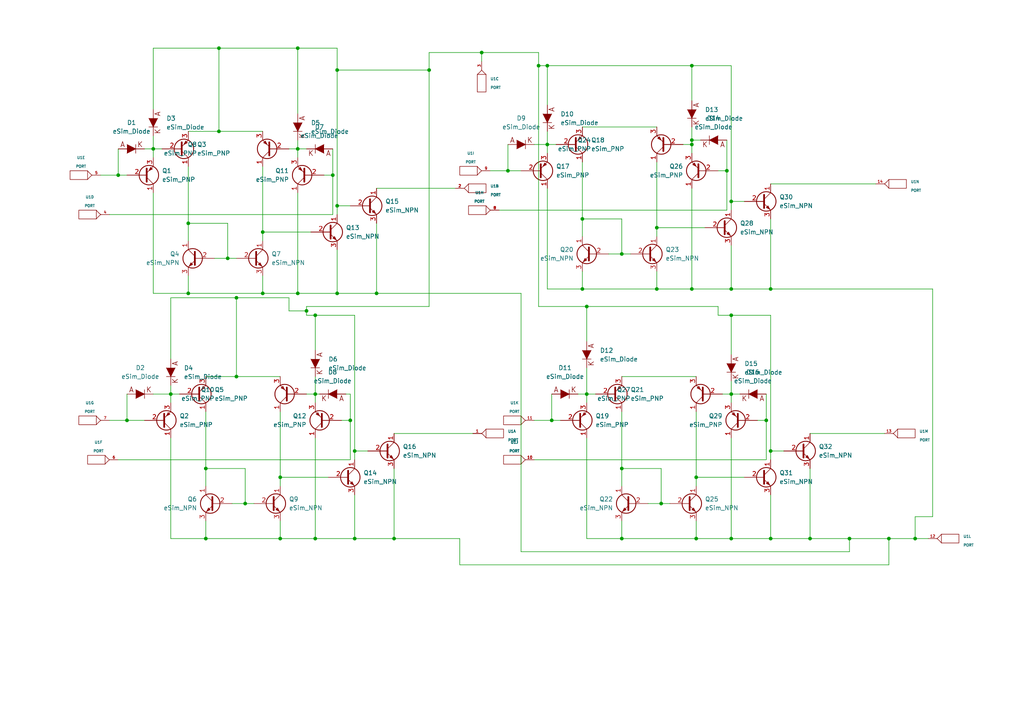
<source format=kicad_sch>
(kicad_sch (version 20211123) (generator eeschema)

  (uuid 1fdf7ac8-1e92-4e7a-8839-ed8a84bf56ab)

  (paper "A4")

  (lib_symbols
    (symbol "eSim_Devices:eSim_Diode" (pin_numbers hide) (pin_names (offset 1.016) hide) (in_bom yes) (on_board yes)
      (property "Reference" "D" (id 0) (at 0 2.54 0)
        (effects (font (size 1.27 1.27)))
      )
      (property "Value" "eSim_Diode" (id 1) (at 0 -2.54 0)
        (effects (font (size 1.27 1.27)))
      )
      (property "Footprint" "" (id 2) (at 0 0 0)
        (effects (font (size 1.524 1.524)))
      )
      (property "Datasheet" "" (id 3) (at 0 0 0)
        (effects (font (size 1.524 1.524)))
      )
      (property "ki_fp_filters" "TO-???* *SingleDiode *_Diode_* *SingleDiode* D_*" (id 4) (at 0 0 0)
        (effects (font (size 1.27 1.27)) hide)
      )
      (symbol "eSim_Diode_0_0"
        (text "A" (at -2.54 1.27 0)
          (effects (font (size 1.524 1.524)))
        )
        (text "K" (at 2.54 1.27 0)
          (effects (font (size 1.524 1.524)))
        )
      )
      (symbol "eSim_Diode_0_1"
        (polyline
          (pts
            (xy 1.27 1.27)
            (xy 1.27 -1.27)
          )
          (stroke (width 0.1524) (type default) (color 0 0 0 0))
          (fill (type none))
        )
        (polyline
          (pts
            (xy -1.27 1.27)
            (xy 1.27 0)
            (xy -1.27 -1.27)
          )
          (stroke (width 0) (type default) (color 0 0 0 0))
          (fill (type outline))
        )
      )
      (symbol "eSim_Diode_1_1"
        (pin passive line (at -3.81 0 0) (length 2.54)
          (name "A" (effects (font (size 1.016 1.016))))
          (number "1" (effects (font (size 1.016 1.016))))
        )
        (pin passive line (at 3.81 0 180) (length 2.54)
          (name "K" (effects (font (size 1.016 1.016))))
          (number "2" (effects (font (size 1.016 1.016))))
        )
      )
    )
    (symbol "eSim_Devices:eSim_NPN" (pin_names (offset 0) hide) (in_bom yes) (on_board yes)
      (property "Reference" "Q" (id 0) (at -2.54 1.27 0)
        (effects (font (size 1.27 1.27)) (justify right))
      )
      (property "Value" "eSim_NPN" (id 1) (at -1.27 3.81 0)
        (effects (font (size 1.27 1.27)) (justify right))
      )
      (property "Footprint" "" (id 2) (at 5.08 2.54 0)
        (effects (font (size 0.7366 0.7366)))
      )
      (property "Datasheet" "" (id 3) (at 0 0 0)
        (effects (font (size 1.524 1.524)))
      )
      (symbol "eSim_NPN_0_1"
        (polyline
          (pts
            (xy 0.635 0.635)
            (xy 2.54 2.54)
          )
          (stroke (width 0) (type default) (color 0 0 0 0))
          (fill (type none))
        )
        (polyline
          (pts
            (xy 0.635 -0.635)
            (xy 2.54 -2.54)
            (xy 2.54 -2.54)
          )
          (stroke (width 0) (type default) (color 0 0 0 0))
          (fill (type none))
        )
        (polyline
          (pts
            (xy 0.635 1.905)
            (xy 0.635 -1.905)
            (xy 0.635 -1.905)
          )
          (stroke (width 0.508) (type default) (color 0 0 0 0))
          (fill (type none))
        )
        (polyline
          (pts
            (xy 1.27 -1.778)
            (xy 1.778 -1.27)
            (xy 2.286 -2.286)
            (xy 1.27 -1.778)
            (xy 1.27 -1.778)
          )
          (stroke (width 0) (type default) (color 0 0 0 0))
          (fill (type outline))
        )
        (circle (center 1.27 0) (radius 2.8194)
          (stroke (width 0.254) (type default) (color 0 0 0 0))
          (fill (type none))
        )
      )
      (symbol "eSim_NPN_1_1"
        (pin passive line (at 2.54 5.08 270) (length 2.54)
          (name "C" (effects (font (size 1.27 1.27))))
          (number "1" (effects (font (size 1.27 1.27))))
        )
        (pin passive line (at -5.08 0 0) (length 5.715)
          (name "B" (effects (font (size 1.27 1.27))))
          (number "2" (effects (font (size 1.27 1.27))))
        )
        (pin passive line (at 2.54 -5.08 90) (length 2.54)
          (name "E" (effects (font (size 1.27 1.27))))
          (number "3" (effects (font (size 1.27 1.27))))
        )
      )
    )
    (symbol "eSim_Devices:eSim_PNP" (pin_names (offset 0) hide) (in_bom yes) (on_board yes)
      (property "Reference" "Q" (id 0) (at -2.54 1.27 0)
        (effects (font (size 1.27 1.27)) (justify right))
      )
      (property "Value" "eSim_PNP" (id 1) (at -1.27 3.81 0)
        (effects (font (size 1.27 1.27)) (justify right))
      )
      (property "Footprint" "" (id 2) (at 5.08 2.54 0)
        (effects (font (size 0.7366 0.7366)))
      )
      (property "Datasheet" "" (id 3) (at 0 0 0)
        (effects (font (size 1.524 1.524)))
      )
      (symbol "eSim_PNP_0_1"
        (polyline
          (pts
            (xy 0.635 0.635)
            (xy 2.54 2.54)
          )
          (stroke (width 0) (type default) (color 0 0 0 0))
          (fill (type none))
        )
        (polyline
          (pts
            (xy 0.635 -0.635)
            (xy 2.54 -2.54)
            (xy 2.54 -2.54)
          )
          (stroke (width 0) (type default) (color 0 0 0 0))
          (fill (type none))
        )
        (polyline
          (pts
            (xy 0.635 1.905)
            (xy 0.635 -1.905)
            (xy 0.635 -1.905)
          )
          (stroke (width 0.508) (type default) (color 0 0 0 0))
          (fill (type none))
        )
        (polyline
          (pts
            (xy 2.286 -1.778)
            (xy 1.778 -2.286)
            (xy 1.27 -1.27)
            (xy 2.286 -1.778)
            (xy 2.286 -1.778)
          )
          (stroke (width 0) (type default) (color 0 0 0 0))
          (fill (type outline))
        )
        (circle (center 1.27 0) (radius 2.8194)
          (stroke (width 0.254) (type default) (color 0 0 0 0))
          (fill (type none))
        )
      )
      (symbol "eSim_PNP_1_1"
        (pin passive line (at 2.54 5.08 270) (length 2.54)
          (name "C" (effects (font (size 1.27 1.27))))
          (number "1" (effects (font (size 1.27 1.27))))
        )
        (pin passive line (at -5.08 0 0) (length 5.715)
          (name "B" (effects (font (size 1.27 1.27))))
          (number "2" (effects (font (size 1.27 1.27))))
        )
        (pin passive line (at 2.54 -5.08 90) (length 2.54)
          (name "E" (effects (font (size 1.27 1.27))))
          (number "3" (effects (font (size 1.27 1.27))))
        )
      )
    )
    (symbol "eSim_Miscellaneous:PORT" (pin_names (offset 1.016)) (in_bom yes) (on_board yes)
      (property "Reference" "U" (id 0) (at 1.27 2.54 0)
        (effects (font (size 0.762 0.762)))
      )
      (property "Value" "PORT" (id 1) (at 0 0 0)
        (effects (font (size 0.762 0.762)))
      )
      (property "Footprint" "" (id 2) (at 0 0 0)
        (effects (font (size 1.524 1.524)))
      )
      (property "Datasheet" "" (id 3) (at 0 0 0)
        (effects (font (size 1.524 1.524)))
      )
      (symbol "PORT_0_1"
        (rectangle (start -2.54 1.27) (end 2.54 -1.27)
          (stroke (width 0) (type default) (color 0 0 0 0))
          (fill (type none))
        )
        (arc (start 2.54 1.27) (mid 3.1355 0.5955) (end 3.81 0)
          (stroke (width 0) (type default) (color 0 0 0 0))
          (fill (type none))
        )
        (arc (start 3.81 0) (mid 3.1447 -0.6046) (end 2.54 -1.27)
          (stroke (width 0) (type default) (color 0 0 0 0))
          (fill (type none))
        )
      )
      (symbol "PORT_1_1"
        (pin bidirectional line (at 6.35 0 180) (length 2.54)
          (name "~" (effects (font (size 0.762 0.762))))
          (number "1" (effects (font (size 0.762 0.762))))
        )
      )
      (symbol "PORT_2_1"
        (pin bidirectional line (at 6.35 0 180) (length 2.54)
          (name "~" (effects (font (size 0.762 0.762))))
          (number "2" (effects (font (size 0.762 0.762))))
        )
      )
      (symbol "PORT_3_1"
        (pin bidirectional line (at 6.35 0 180) (length 2.54)
          (name "~" (effects (font (size 0.762 0.762))))
          (number "3" (effects (font (size 0.762 0.762))))
        )
      )
      (symbol "PORT_4_1"
        (pin bidirectional line (at 6.35 0 180) (length 2.54)
          (name "~" (effects (font (size 0.762 0.762))))
          (number "4" (effects (font (size 0.762 0.762))))
        )
      )
      (symbol "PORT_5_1"
        (pin bidirectional line (at 6.35 0 180) (length 2.54)
          (name "~" (effects (font (size 0.762 0.762))))
          (number "5" (effects (font (size 0.762 0.762))))
        )
      )
      (symbol "PORT_6_1"
        (pin bidirectional line (at 6.35 0 180) (length 2.54)
          (name "~" (effects (font (size 0.762 0.762))))
          (number "6" (effects (font (size 0.762 0.762))))
        )
      )
      (symbol "PORT_7_1"
        (pin bidirectional line (at 6.35 0 180) (length 2.54)
          (name "~" (effects (font (size 0.762 0.762))))
          (number "7" (effects (font (size 0.762 0.762))))
        )
      )
      (symbol "PORT_8_1"
        (pin bidirectional line (at 6.35 0 180) (length 2.54)
          (name "~" (effects (font (size 0.762 0.762))))
          (number "8" (effects (font (size 0.762 0.762))))
        )
      )
      (symbol "PORT_9_1"
        (pin bidirectional line (at 6.35 0 180) (length 2.54)
          (name "~" (effects (font (size 0.762 0.762))))
          (number "9" (effects (font (size 0.762 0.762))))
        )
      )
      (symbol "PORT_10_1"
        (pin bidirectional line (at 6.35 0 180) (length 2.54)
          (name "~" (effects (font (size 0.762 0.762))))
          (number "10" (effects (font (size 0.762 0.762))))
        )
      )
      (symbol "PORT_11_1"
        (pin bidirectional line (at 6.35 0 180) (length 2.54)
          (name "~" (effects (font (size 0.762 0.762))))
          (number "11" (effects (font (size 0.762 0.762))))
        )
      )
      (symbol "PORT_12_1"
        (pin bidirectional line (at 6.35 0 180) (length 2.54)
          (name "~" (effects (font (size 0.762 0.762))))
          (number "12" (effects (font (size 0.762 0.762))))
        )
      )
      (symbol "PORT_13_1"
        (pin bidirectional line (at 6.35 0 180) (length 2.54)
          (name "~" (effects (font (size 0.762 0.762))))
          (number "13" (effects (font (size 0.762 0.762))))
        )
      )
      (symbol "PORT_14_1"
        (pin bidirectional line (at 6.35 0 180) (length 2.54)
          (name "~" (effects (font (size 0.762 0.762))))
          (number "14" (effects (font (size 0.762 0.762))))
        )
      )
      (symbol "PORT_15_1"
        (pin bidirectional line (at 6.35 0 180) (length 2.54)
          (name "~" (effects (font (size 0.762 0.762))))
          (number "15" (effects (font (size 0.762 0.762))))
        )
      )
      (symbol "PORT_16_1"
        (pin bidirectional line (at 6.35 0 180) (length 2.54)
          (name "~" (effects (font (size 0.762 0.762))))
          (number "16" (effects (font (size 0.762 0.762))))
        )
      )
      (symbol "PORT_17_1"
        (pin bidirectional line (at 6.35 0 180) (length 2.54)
          (name "~" (effects (font (size 0.762 0.762))))
          (number "17" (effects (font (size 0.762 0.762))))
        )
      )
      (symbol "PORT_18_1"
        (pin bidirectional line (at 6.35 0 180) (length 2.54)
          (name "~" (effects (font (size 0.762 0.762))))
          (number "18" (effects (font (size 0.762 0.762))))
        )
      )
      (symbol "PORT_19_1"
        (pin bidirectional line (at 6.35 0 180) (length 2.54)
          (name "~" (effects (font (size 0.762 0.762))))
          (number "19" (effects (font (size 0.762 0.762))))
        )
      )
      (symbol "PORT_20_1"
        (pin bidirectional line (at 6.35 0 180) (length 2.54)
          (name "~" (effects (font (size 0.762 0.762))))
          (number "20" (effects (font (size 0.762 0.762))))
        )
      )
      (symbol "PORT_21_1"
        (pin bidirectional line (at 6.35 0 180) (length 2.54)
          (name "~" (effects (font (size 0.762 0.762))))
          (number "21" (effects (font (size 0.762 0.762))))
        )
      )
      (symbol "PORT_22_1"
        (pin bidirectional line (at 6.35 0 180) (length 2.54)
          (name "~" (effects (font (size 0.762 0.762))))
          (number "22" (effects (font (size 0.762 0.762))))
        )
      )
      (symbol "PORT_23_1"
        (pin bidirectional line (at 6.35 0 180) (length 2.54)
          (name "~" (effects (font (size 0.762 0.762))))
          (number "23" (effects (font (size 0.762 0.762))))
        )
      )
      (symbol "PORT_24_1"
        (pin bidirectional line (at 6.35 0 180) (length 2.54)
          (name "~" (effects (font (size 0.762 0.762))))
          (number "24" (effects (font (size 0.762 0.762))))
        )
      )
      (symbol "PORT_25_1"
        (pin bidirectional line (at 6.35 0 180) (length 2.54)
          (name "~" (effects (font (size 0.762 0.762))))
          (number "25" (effects (font (size 0.762 0.762))))
        )
      )
      (symbol "PORT_26_1"
        (pin bidirectional line (at 6.35 0 180) (length 2.54)
          (name "~" (effects (font (size 0.762 0.762))))
          (number "26" (effects (font (size 0.762 0.762))))
        )
      )
    )
  )

  (junction (at 86.36 85.09) (diameter 0) (color 0 0 0 0)
    (uuid 013055ac-aec1-4faf-9aef-606818a6d81f)
  )
  (junction (at 54.61 64.77) (diameter 0) (color 0 0 0 0)
    (uuid 02d3bd67-ac20-4e81-9b4e-1d8efbdf91c7)
  )
  (junction (at 34.29 50.8) (diameter 0) (color 0 0 0 0)
    (uuid 0f120d05-651d-46c3-8c4f-ba13297e90c7)
  )
  (junction (at 201.93 138.43) (diameter 0) (color 0 0 0 0)
    (uuid 0f2eac77-fd14-4ce1-9353-64eaee1f1670)
  )
  (junction (at 102.87 156.21) (diameter 0) (color 0 0 0 0)
    (uuid 123d8ffd-5c34-43bd-a522-30d2d0d5c136)
  )
  (junction (at 91.44 91.44) (diameter 0) (color 0 0 0 0)
    (uuid 1a926fae-405a-48f3-adcc-83b75a0d5315)
  )
  (junction (at 200.66 41.91) (diameter 0) (color 0 0 0 0)
    (uuid 1c36036e-6fd7-4e64-b943-063c670cd681)
  )
  (junction (at 36.83 121.92) (diameter 0) (color 0 0 0 0)
    (uuid 1d8cad16-0274-4075-8174-7528b540a942)
  )
  (junction (at 59.69 156.21) (diameter 0) (color 0 0 0 0)
    (uuid 203310f4-fe6c-425e-b6ad-e27aa2a3d806)
  )
  (junction (at 66.04 74.93) (diameter 0) (color 0 0 0 0)
    (uuid 214cd32e-2480-4bf9-8c0b-4ac880ed365d)
  )
  (junction (at 212.09 91.44) (diameter 0) (color 0 0 0 0)
    (uuid 2669ba33-a988-4483-99d0-3e7f91253e98)
  )
  (junction (at 86.36 43.18) (diameter 0) (color 0 0 0 0)
    (uuid 2a425237-f0d8-4abb-8ac8-16122e859400)
  )
  (junction (at 44.45 43.18) (diameter 0) (color 0 0 0 0)
    (uuid 2f61a9bf-a987-47ee-b38c-faa097570316)
  )
  (junction (at 210.82 49.53) (diameter 0) (color 0 0 0 0)
    (uuid 32f1df90-a5fa-455b-a1e0-b873e3857cef)
  )
  (junction (at 102.87 130.81) (diameter 0) (color 0 0 0 0)
    (uuid 34cd61c1-f0fd-40df-904c-cd6d5a928d0c)
  )
  (junction (at 114.3 156.21) (diameter 0) (color 0 0 0 0)
    (uuid 3715be5e-eabe-4ee5-9455-410e5a29c4d5)
  )
  (junction (at 246.38 156.21) (diameter 0) (color 0 0 0 0)
    (uuid 3bb91a2b-a71f-4952-bdf3-bd376d546b7d)
  )
  (junction (at 201.93 156.21) (diameter 0) (color 0 0 0 0)
    (uuid 3c299b7d-7729-4ecb-a5f1-9a3aaba10768)
  )
  (junction (at 168.91 83.82) (diameter 0) (color 0 0 0 0)
    (uuid 493c2fc7-1a42-4bd2-a847-7aec2371c321)
  )
  (junction (at 68.58 86.36) (diameter 0) (color 0 0 0 0)
    (uuid 4e0b0a85-73a0-441c-9ac1-1fd46bef0409)
  )
  (junction (at 91.44 114.3) (diameter 0) (color 0 0 0 0)
    (uuid 509166ec-52dc-4472-ad1b-3bc954fad537)
  )
  (junction (at 223.52 130.81) (diameter 0) (color 0 0 0 0)
    (uuid 511f8692-4793-4c20-93e0-f969316155a8)
  )
  (junction (at 200.66 83.82) (diameter 0) (color 0 0 0 0)
    (uuid 51e389d5-9ace-4750-9dd3-166c4fc51c65)
  )
  (junction (at 109.22 85.09) (diameter 0) (color 0 0 0 0)
    (uuid 51e7883d-9d93-40e8-aba8-898915a2d2db)
  )
  (junction (at 158.75 19.05) (diameter 0) (color 0 0 0 0)
    (uuid 5446a609-3162-4c7b-8787-2db921ba7875)
  )
  (junction (at 97.79 20.32) (diameter 0) (color 0 0 0 0)
    (uuid 58340778-bb0a-4747-bc8e-c4c8505850d5)
  )
  (junction (at 81.28 156.21) (diameter 0) (color 0 0 0 0)
    (uuid 5996a5b3-ab0e-4423-ad0f-29a2d04e5f01)
  )
  (junction (at 54.61 85.09) (diameter 0) (color 0 0 0 0)
    (uuid 5ff45cea-9f38-4739-89d4-4c0379c3d88b)
  )
  (junction (at 71.12 146.05) (diameter 0) (color 0 0 0 0)
    (uuid 66e5cee3-d4de-4d98-8cb2-7987595f05d6)
  )
  (junction (at 59.69 135.89) (diameter 0) (color 0 0 0 0)
    (uuid 69149633-86d5-41d3-8461-5508bd730450)
  )
  (junction (at 68.58 109.22) (diameter 0) (color 0 0 0 0)
    (uuid 6d1017ae-0813-4223-a045-c06438cb36a0)
  )
  (junction (at 170.18 88.9) (diameter 0) (color 0 0 0 0)
    (uuid 6d2a21ea-a100-47ec-8bd9-bfc8cf8c70e2)
  )
  (junction (at 190.5 66.04) (diameter 0) (color 0 0 0 0)
    (uuid 6d3473b2-b895-4b02-a4c4-93e182412577)
  )
  (junction (at 180.34 156.21) (diameter 0) (color 0 0 0 0)
    (uuid 72b0254f-1f66-41d8-8256-05d553f9a627)
  )
  (junction (at 88.9 90.17) (diameter 0) (color 0 0 0 0)
    (uuid 77e15c6e-c523-4a12-843f-ff7c6f64dc57)
  )
  (junction (at 158.75 41.91) (diameter 0) (color 0 0 0 0)
    (uuid 7ab06c81-0517-4b83-a663-b461c37e4ac7)
  )
  (junction (at 81.28 138.43) (diameter 0) (color 0 0 0 0)
    (uuid 7c58a495-fcfd-4def-bf2e-296439546d07)
  )
  (junction (at 212.09 114.3) (diameter 0) (color 0 0 0 0)
    (uuid 7e829cfc-823b-49dd-9c1c-935d4a8dd27e)
  )
  (junction (at 223.52 83.82) (diameter 0) (color 0 0 0 0)
    (uuid 7f047f9d-1f89-448c-bf9e-0512e2d3ed58)
  )
  (junction (at 168.91 63.5) (diameter 0) (color 0 0 0 0)
    (uuid 80d3e7cf-117b-42db-9a72-f4022d487aab)
  )
  (junction (at 76.2 67.31) (diameter 0) (color 0 0 0 0)
    (uuid 83053c7f-0599-4c2a-ac74-11858722460d)
  )
  (junction (at 97.79 59.69) (diameter 0) (color 0 0 0 0)
    (uuid 859ed19d-de63-4e9c-9670-ee2e303b216e)
  )
  (junction (at 180.34 135.89) (diameter 0) (color 0 0 0 0)
    (uuid 86560a82-be3e-4543-8d35-36257a1469b3)
  )
  (junction (at 97.79 85.09) (diameter 0) (color 0 0 0 0)
    (uuid 86c3ede6-822d-42f4-ade0-43f163cf5c6c)
  )
  (junction (at 49.53 114.3) (diameter 0) (color 0 0 0 0)
    (uuid 89dbe613-17a1-4ae5-b082-61b5a336ed9a)
  )
  (junction (at 257.81 156.21) (diameter 0) (color 0 0 0 0)
    (uuid 8eb56f03-e447-48c0-a0a7-8e9a069159dd)
  )
  (junction (at 212.09 83.82) (diameter 0) (color 0 0 0 0)
    (uuid 9a1fbf9d-14e5-4dd0-806f-4bf4bbc0e24d)
  )
  (junction (at 200.66 19.05) (diameter 0) (color 0 0 0 0)
    (uuid 9d806b4d-1518-46e7-8cc6-1c5762588ebb)
  )
  (junction (at 265.43 156.21) (diameter 0) (color 0 0 0 0)
    (uuid 9faeb456-82fa-4e60-8bd6-d80c8fe0e678)
  )
  (junction (at 191.77 146.05) (diameter 0) (color 0 0 0 0)
    (uuid aaa0fc4d-f37d-4b3e-a9e3-4a5b3367cd95)
  )
  (junction (at 76.2 85.09) (diameter 0) (color 0 0 0 0)
    (uuid aab183c9-bb9c-42bb-8545-4d01443f3a49)
  )
  (junction (at 91.44 156.21) (diameter 0) (color 0 0 0 0)
    (uuid ae2459a9-557a-47e1-9e59-38c91e7f76a5)
  )
  (junction (at 96.52 50.8) (diameter 0) (color 0 0 0 0)
    (uuid b3bb89d1-1446-48b6-93e6-d5e38cf7e163)
  )
  (junction (at 223.52 156.21) (diameter 0) (color 0 0 0 0)
    (uuid b9281d27-d139-409f-8f48-de1a21bae978)
  )
  (junction (at 147.32 49.53) (diameter 0) (color 0 0 0 0)
    (uuid cd5f5777-493f-4f41-95c7-a277dc9fc859)
  )
  (junction (at 190.5 83.82) (diameter 0) (color 0 0 0 0)
    (uuid d901d7b7-97c9-4670-8eb1-38166077511d)
  )
  (junction (at 212.09 156.21) (diameter 0) (color 0 0 0 0)
    (uuid da0d601e-3358-4917-95d3-a68773493e61)
  )
  (junction (at 234.95 156.21) (diameter 0) (color 0 0 0 0)
    (uuid df1cf999-4e31-4b74-a195-3bf73bf09232)
  )
  (junction (at 180.34 73.66) (diameter 0) (color 0 0 0 0)
    (uuid e34cb190-c845-4385-a534-528d9e794688)
  )
  (junction (at 124.46 20.32) (diameter 0) (color 0 0 0 0)
    (uuid e5669deb-bd98-4ca3-9066-0611606c62f5)
  )
  (junction (at 222.25 121.92) (diameter 0) (color 0 0 0 0)
    (uuid e7689603-a882-45d2-8abf-54d61e2c8707)
  )
  (junction (at 170.18 114.3) (diameter 0) (color 0 0 0 0)
    (uuid ea63cd23-51f7-4f48-ae0b-156677b6dbda)
  )
  (junction (at 160.02 121.92) (diameter 0) (color 0 0 0 0)
    (uuid ea9622b1-b8fc-449e-bc15-9cb33bd73cfe)
  )
  (junction (at 63.5 38.1) (diameter 0) (color 0 0 0 0)
    (uuid eace6690-f7e2-450c-96a4-11b5e6c24671)
  )
  (junction (at 156.21 19.05) (diameter 0) (color 0 0 0 0)
    (uuid ef1aab10-56d6-47fe-8f98-d0815cf86701)
  )
  (junction (at 63.5 13.97) (diameter 0) (color 0 0 0 0)
    (uuid efe6888b-e1fe-412b-9286-9166a11c1999)
  )
  (junction (at 139.7 15.24) (diameter 0) (color 0 0 0 0)
    (uuid f0577c06-c732-48b4-a4f3-4963672270d9)
  )
  (junction (at 212.09 58.42) (diameter 0) (color 0 0 0 0)
    (uuid f7a8366d-db56-4e7d-9817-cc784ad229cd)
  )
  (junction (at 101.6 121.92) (diameter 0) (color 0 0 0 0)
    (uuid f802dd69-8dc7-47db-a111-86e7862595d5)
  )
  (junction (at 200.66 40.64) (diameter 0) (color 0 0 0 0)
    (uuid fa674f7b-61ea-402f-af33-41f56bc5c3f6)
  )
  (junction (at 86.36 13.97) (diameter 0) (color 0 0 0 0)
    (uuid ff5bfb62-086c-4a83-b3e5-c9faedf55734)
  )

  (wire (pts (xy 36.83 121.92) (xy 41.91 121.92))
    (stroke (width 0) (type default) (color 0 0 0 0))
    (uuid 00b38c2c-801e-4641-b460-4b5398d040fc)
  )
  (wire (pts (xy 81.28 119.38) (xy 81.28 138.43))
    (stroke (width 0) (type default) (color 0 0 0 0))
    (uuid 0193ec82-fa8a-4507-82e0-68a2e1763d97)
  )
  (wire (pts (xy 234.95 125.73) (xy 256.54 125.73))
    (stroke (width 0) (type default) (color 0 0 0 0))
    (uuid 02d905d2-fed5-4638-b807-b8442babcb10)
  )
  (wire (pts (xy 200.66 54.61) (xy 200.66 83.82))
    (stroke (width 0) (type default) (color 0 0 0 0))
    (uuid 050780e4-1a3d-442b-9c2f-491a81290bcd)
  )
  (wire (pts (xy 208.28 88.9) (xy 208.28 91.44))
    (stroke (width 0) (type default) (color 0 0 0 0))
    (uuid 059f2cd0-7906-4b43-9b5f-04c57a7195d2)
  )
  (wire (pts (xy 91.44 91.44) (xy 91.44 101.6))
    (stroke (width 0) (type default) (color 0 0 0 0))
    (uuid 05b8ee15-ca96-4701-aeb2-ea4676c06f08)
  )
  (wire (pts (xy 97.79 20.32) (xy 97.79 59.69))
    (stroke (width 0) (type default) (color 0 0 0 0))
    (uuid 07824069-aea3-4da4-99c2-ed626e4570f6)
  )
  (wire (pts (xy 209.55 114.3) (xy 212.09 114.3))
    (stroke (width 0) (type default) (color 0 0 0 0))
    (uuid 0792e3c2-1a41-452e-93dc-2a4757f67e32)
  )
  (wire (pts (xy 133.35 156.21) (xy 133.35 163.83))
    (stroke (width 0) (type default) (color 0 0 0 0))
    (uuid 081a481a-2ce6-428a-a884-345fd6ad7a54)
  )
  (wire (pts (xy 76.2 48.26) (xy 76.2 67.31))
    (stroke (width 0) (type default) (color 0 0 0 0))
    (uuid 08aae565-9ffb-414c-b369-bbb021275a82)
  )
  (wire (pts (xy 167.64 114.3) (xy 170.18 114.3))
    (stroke (width 0) (type default) (color 0 0 0 0))
    (uuid 09237c73-e8ab-40de-a7b9-e2fbd1f01dd5)
  )
  (wire (pts (xy 44.45 43.18) (xy 44.45 45.72))
    (stroke (width 0) (type default) (color 0 0 0 0))
    (uuid 0ae0feeb-ccb5-43ee-83c7-89110f563ac8)
  )
  (wire (pts (xy 114.3 125.73) (xy 137.16 125.73))
    (stroke (width 0) (type default) (color 0 0 0 0))
    (uuid 0b520c72-a0f5-468d-8cf8-35928bdf348e)
  )
  (wire (pts (xy 234.95 156.21) (xy 246.38 156.21))
    (stroke (width 0) (type default) (color 0 0 0 0))
    (uuid 0c4d5fb6-54fb-44e2-9f63-6eebb3f72172)
  )
  (wire (pts (xy 212.09 110.49) (xy 212.09 114.3))
    (stroke (width 0) (type default) (color 0 0 0 0))
    (uuid 0de965bb-32ec-4dd2-8a32-13ecb669d5b0)
  )
  (wire (pts (xy 54.61 64.77) (xy 66.04 64.77))
    (stroke (width 0) (type default) (color 0 0 0 0))
    (uuid 0dec0f8f-37b2-459d-9f17-a5d123fb8157)
  )
  (wire (pts (xy 212.09 91.44) (xy 223.52 91.44))
    (stroke (width 0) (type default) (color 0 0 0 0))
    (uuid 0e122587-a8ee-434b-9f89-6c8d904b672a)
  )
  (wire (pts (xy 88.9 90.17) (xy 88.9 91.44))
    (stroke (width 0) (type default) (color 0 0 0 0))
    (uuid 105b512a-d189-4abf-909b-e2d80c53310c)
  )
  (wire (pts (xy 212.09 114.3) (xy 212.09 116.84))
    (stroke (width 0) (type default) (color 0 0 0 0))
    (uuid 11bf0085-fed7-43f8-b089-c1a076602c48)
  )
  (wire (pts (xy 81.28 156.21) (xy 59.69 156.21))
    (stroke (width 0) (type default) (color 0 0 0 0))
    (uuid 11eda3fd-0218-4c13-b973-2510b95ab2f7)
  )
  (wire (pts (xy 44.45 13.97) (xy 63.5 13.97))
    (stroke (width 0) (type default) (color 0 0 0 0))
    (uuid 12775d06-322b-4d0d-bc25-71247a117148)
  )
  (wire (pts (xy 71.12 146.05) (xy 71.12 135.89))
    (stroke (width 0) (type default) (color 0 0 0 0))
    (uuid 137216f4-4185-46ba-aed8-5afbed189214)
  )
  (wire (pts (xy 102.87 130.81) (xy 102.87 133.35))
    (stroke (width 0) (type default) (color 0 0 0 0))
    (uuid 14310014-32e9-4599-b2ad-0014e226ff63)
  )
  (wire (pts (xy 160.02 121.92) (xy 162.56 121.92))
    (stroke (width 0) (type default) (color 0 0 0 0))
    (uuid 1531102f-09b4-475d-beae-15309f96bcab)
  )
  (wire (pts (xy 86.36 43.18) (xy 88.9 43.18))
    (stroke (width 0) (type default) (color 0 0 0 0))
    (uuid 15de775f-04ec-410e-ab69-f2011d6e2304)
  )
  (wire (pts (xy 46.99 43.18) (xy 44.45 43.18))
    (stroke (width 0) (type default) (color 0 0 0 0))
    (uuid 19d7c103-77f5-45f9-ac4b-e12cfad42a94)
  )
  (wire (pts (xy 99.06 121.92) (xy 101.6 121.92))
    (stroke (width 0) (type default) (color 0 0 0 0))
    (uuid 1b35676f-f788-425d-972f-abba48c57e0a)
  )
  (wire (pts (xy 124.46 15.24) (xy 139.7 15.24))
    (stroke (width 0) (type default) (color 0 0 0 0))
    (uuid 1d9ad8a1-f4b5-4e4a-8564-66e3e28a1a9f)
  )
  (wire (pts (xy 101.6 121.92) (xy 101.6 133.35))
    (stroke (width 0) (type default) (color 0 0 0 0))
    (uuid 1e72c5fa-8715-4f47-ba9d-d21f65860036)
  )
  (wire (pts (xy 114.3 135.89) (xy 114.3 156.21))
    (stroke (width 0) (type default) (color 0 0 0 0))
    (uuid 1f0c40f4-00bc-44ea-bc73-6d2bf820d19c)
  )
  (wire (pts (xy 83.82 90.17) (xy 88.9 90.17))
    (stroke (width 0) (type default) (color 0 0 0 0))
    (uuid 1fd33af0-1bb9-46a0-ba2a-95d5593788ef)
  )
  (wire (pts (xy 76.2 80.01) (xy 76.2 85.09))
    (stroke (width 0) (type default) (color 0 0 0 0))
    (uuid 26550440-1cc1-4851-b18f-de8ee4f21cc2)
  )
  (wire (pts (xy 180.34 109.22) (xy 201.93 109.22))
    (stroke (width 0) (type default) (color 0 0 0 0))
    (uuid 26b485c2-b96d-4977-8d03-4194ff66b3c8)
  )
  (wire (pts (xy 88.9 114.3) (xy 91.44 114.3))
    (stroke (width 0) (type default) (color 0 0 0 0))
    (uuid 2880da72-8c27-4c3a-ace0-7198015fa904)
  )
  (wire (pts (xy 49.53 86.36) (xy 68.58 86.36))
    (stroke (width 0) (type default) (color 0 0 0 0))
    (uuid 28cf576f-4695-4b6c-b3a5-666b35191b25)
  )
  (wire (pts (xy 83.82 43.18) (xy 86.36 43.18))
    (stroke (width 0) (type default) (color 0 0 0 0))
    (uuid 299b7dac-1436-42cd-9a65-d4be3c3d9057)
  )
  (wire (pts (xy 147.32 49.53) (xy 151.13 49.53))
    (stroke (width 0) (type default) (color 0 0 0 0))
    (uuid 2b987984-dcbb-4aae-a049-782da1130a44)
  )
  (wire (pts (xy 41.91 43.18) (xy 44.45 43.18))
    (stroke (width 0) (type default) (color 0 0 0 0))
    (uuid 2c9fa353-7515-4cd0-89bc-eb28ade2ec85)
  )
  (wire (pts (xy 96.52 43.18) (xy 96.52 50.8))
    (stroke (width 0) (type default) (color 0 0 0 0))
    (uuid 2da0ae91-0614-4826-b908-b589082a53e2)
  )
  (wire (pts (xy 212.09 127) (xy 212.09 156.21))
    (stroke (width 0) (type default) (color 0 0 0 0))
    (uuid 2ee292ce-25ec-4e53-9237-5aebd395b531)
  )
  (wire (pts (xy 265.43 156.21) (xy 269.24 156.21))
    (stroke (width 0) (type default) (color 0 0 0 0))
    (uuid 2ff10849-9fce-444b-a65b-bcdd2d636d23)
  )
  (wire (pts (xy 49.53 156.21) (xy 59.69 156.21))
    (stroke (width 0) (type default) (color 0 0 0 0))
    (uuid 32064d82-cc69-4251-a350-ac2d0e355b9e)
  )
  (wire (pts (xy 219.71 121.92) (xy 222.25 121.92))
    (stroke (width 0) (type default) (color 0 0 0 0))
    (uuid 34249bca-240a-40a1-aed1-0dd22dc9cd17)
  )
  (wire (pts (xy 91.44 156.21) (xy 81.28 156.21))
    (stroke (width 0) (type default) (color 0 0 0 0))
    (uuid 35c6fb09-50c0-41bc-bfb3-62b0cc870762)
  )
  (wire (pts (xy 68.58 86.36) (xy 68.58 109.22))
    (stroke (width 0) (type default) (color 0 0 0 0))
    (uuid 37b16d6f-76ac-4831-969b-7f18b1254dcb)
  )
  (wire (pts (xy 59.69 135.89) (xy 71.12 135.89))
    (stroke (width 0) (type default) (color 0 0 0 0))
    (uuid 37f10015-52e4-4d07-82ea-64949fe60a6d)
  )
  (wire (pts (xy 36.83 114.3) (xy 36.83 121.92))
    (stroke (width 0) (type default) (color 0 0 0 0))
    (uuid 39300660-4492-46d4-b09f-3631d16dc771)
  )
  (wire (pts (xy 54.61 64.77) (xy 54.61 69.85))
    (stroke (width 0) (type default) (color 0 0 0 0))
    (uuid 3be2ee86-3c12-46eb-8bd3-6a279f25ecf9)
  )
  (wire (pts (xy 180.34 135.89) (xy 191.77 135.89))
    (stroke (width 0) (type default) (color 0 0 0 0))
    (uuid 3e94f00e-3052-44c1-b6fe-1a4fb3970d71)
  )
  (wire (pts (xy 109.22 64.77) (xy 109.22 85.09))
    (stroke (width 0) (type default) (color 0 0 0 0))
    (uuid 402e6fb5-8fa4-44e3-a822-43fd438afdc9)
  )
  (wire (pts (xy 151.13 160.02) (xy 246.38 160.02))
    (stroke (width 0) (type default) (color 0 0 0 0))
    (uuid 40e39f71-122b-40b1-a1e1-6223c44e35fd)
  )
  (wire (pts (xy 124.46 88.9) (xy 88.9 88.9))
    (stroke (width 0) (type default) (color 0 0 0 0))
    (uuid 411e66fc-29ab-43d6-bdf6-9952a138bf53)
  )
  (wire (pts (xy 49.53 127) (xy 49.53 156.21))
    (stroke (width 0) (type default) (color 0 0 0 0))
    (uuid 42296565-570c-4c64-be78-4dbdc139a189)
  )
  (wire (pts (xy 265.43 149.86) (xy 265.43 156.21))
    (stroke (width 0) (type default) (color 0 0 0 0))
    (uuid 45f95de6-7fcf-4de9-b6dd-bcc7d32186f0)
  )
  (wire (pts (xy 83.82 86.36) (xy 83.82 90.17))
    (stroke (width 0) (type default) (color 0 0 0 0))
    (uuid 46c8cd93-89b2-4cef-a143-36999357a005)
  )
  (wire (pts (xy 212.09 71.12) (xy 212.09 83.82))
    (stroke (width 0) (type default) (color 0 0 0 0))
    (uuid 472eb97b-755c-4337-89e5-4ae6337bf805)
  )
  (wire (pts (xy 34.29 50.8) (xy 36.83 50.8))
    (stroke (width 0) (type default) (color 0 0 0 0))
    (uuid 4ad216ea-3e25-47af-a95b-e36388829a90)
  )
  (wire (pts (xy 71.12 146.05) (xy 73.66 146.05))
    (stroke (width 0) (type default) (color 0 0 0 0))
    (uuid 4c0c5433-1ce6-4fa9-b418-65c47bbc24f5)
  )
  (wire (pts (xy 49.53 104.14) (xy 49.53 86.36))
    (stroke (width 0) (type default) (color 0 0 0 0))
    (uuid 4f2065d5-c700-4cac-9384-c39bc4f6fca9)
  )
  (wire (pts (xy 34.29 133.35) (xy 101.6 133.35))
    (stroke (width 0) (type default) (color 0 0 0 0))
    (uuid 4f30bf1b-a035-4614-87bc-a39be659da79)
  )
  (wire (pts (xy 49.53 111.76) (xy 49.53 114.3))
    (stroke (width 0) (type default) (color 0 0 0 0))
    (uuid 502dc476-554d-42a8-920b-b8c1c46a4f77)
  )
  (wire (pts (xy 156.21 15.24) (xy 156.21 19.05))
    (stroke (width 0) (type default) (color 0 0 0 0))
    (uuid 50f660ff-7659-4d1d-85a8-20df26c19c53)
  )
  (wire (pts (xy 168.91 46.99) (xy 168.91 63.5))
    (stroke (width 0) (type default) (color 0 0 0 0))
    (uuid 51906127-0682-4d68-9a78-3a350688f78a)
  )
  (wire (pts (xy 97.79 59.69) (xy 97.79 62.23))
    (stroke (width 0) (type default) (color 0 0 0 0))
    (uuid 526c5494-0b87-4a81-b6fb-7c9aa7d575cc)
  )
  (wire (pts (xy 170.18 88.9) (xy 208.28 88.9))
    (stroke (width 0) (type default) (color 0 0 0 0))
    (uuid 56640b51-68b4-4f7a-85a1-c53195b76955)
  )
  (wire (pts (xy 59.69 109.22) (xy 68.58 109.22))
    (stroke (width 0) (type default) (color 0 0 0 0))
    (uuid 5691322a-5718-4340-bad2-c9fcbcdb890a)
  )
  (wire (pts (xy 212.09 156.21) (xy 201.93 156.21))
    (stroke (width 0) (type default) (color 0 0 0 0))
    (uuid 57a5b8af-ae6d-483b-b82f-6d747f44bbc1)
  )
  (wire (pts (xy 76.2 67.31) (xy 76.2 69.85))
    (stroke (width 0) (type default) (color 0 0 0 0))
    (uuid 57ac1ca7-b8b6-487a-bba8-adb12f2ed50e)
  )
  (wire (pts (xy 201.93 138.43) (xy 215.9 138.43))
    (stroke (width 0) (type default) (color 0 0 0 0))
    (uuid 5816afdb-5e69-474a-8abf-a429e26dfebf)
  )
  (wire (pts (xy 63.5 13.97) (xy 86.36 13.97))
    (stroke (width 0) (type default) (color 0 0 0 0))
    (uuid 59e90f37-183d-4e00-8dd2-e45897f418e5)
  )
  (wire (pts (xy 139.7 15.24) (xy 139.7 17.78))
    (stroke (width 0) (type default) (color 0 0 0 0))
    (uuid 5b01425c-2319-403c-81a5-566cb326cee1)
  )
  (wire (pts (xy 190.5 78.74) (xy 190.5 83.82))
    (stroke (width 0) (type default) (color 0 0 0 0))
    (uuid 5bb0c38e-30e8-46ac-b818-9f4171627e20)
  )
  (wire (pts (xy 91.44 109.22) (xy 91.44 114.3))
    (stroke (width 0) (type default) (color 0 0 0 0))
    (uuid 5c8b7da0-1bd9-4958-9b53-31e5b48c2162)
  )
  (wire (pts (xy 102.87 91.44) (xy 102.87 130.81))
    (stroke (width 0) (type default) (color 0 0 0 0))
    (uuid 5e9659cc-2576-474a-a286-b9a494b8a760)
  )
  (wire (pts (xy 101.6 114.3) (xy 101.6 121.92))
    (stroke (width 0) (type default) (color 0 0 0 0))
    (uuid 5eac2237-4228-4698-b9bb-13d301316951)
  )
  (wire (pts (xy 201.93 151.13) (xy 201.93 156.21))
    (stroke (width 0) (type default) (color 0 0 0 0))
    (uuid 60057d4b-d997-4994-a6f8-aac3ab9052c5)
  )
  (wire (pts (xy 191.77 146.05) (xy 194.31 146.05))
    (stroke (width 0) (type default) (color 0 0 0 0))
    (uuid 6063a28f-7f9e-4ac9-bd2b-36800dbcc720)
  )
  (wire (pts (xy 124.46 20.32) (xy 124.46 88.9))
    (stroke (width 0) (type default) (color 0 0 0 0))
    (uuid 63224487-a455-4fb8-9cf6-a5ebb3f8bf67)
  )
  (wire (pts (xy 66.04 74.93) (xy 66.04 64.77))
    (stroke (width 0) (type default) (color 0 0 0 0))
    (uuid 64a712e2-2ac8-48e5-8a81-a25331de796e)
  )
  (wire (pts (xy 63.5 13.97) (xy 63.5 38.1))
    (stroke (width 0) (type default) (color 0 0 0 0))
    (uuid 674ffff6-9e22-4ce8-af0d-edf79a869a42)
  )
  (wire (pts (xy 180.34 73.66) (xy 182.88 73.66))
    (stroke (width 0) (type default) (color 0 0 0 0))
    (uuid 67c6b14f-0252-4cc3-9b0c-d9fdf0b65028)
  )
  (wire (pts (xy 212.09 58.42) (xy 212.09 60.96))
    (stroke (width 0) (type default) (color 0 0 0 0))
    (uuid 67f9b072-4c16-4dde-86d9-1c517790c8a5)
  )
  (wire (pts (xy 170.18 88.9) (xy 170.18 99.06))
    (stroke (width 0) (type default) (color 0 0 0 0))
    (uuid 68079f98-05bc-4d5b-a948-1cc825bb232b)
  )
  (wire (pts (xy 91.44 91.44) (xy 102.87 91.44))
    (stroke (width 0) (type default) (color 0 0 0 0))
    (uuid 685d1f5b-80e2-4e16-a5da-4f157f54be48)
  )
  (wire (pts (xy 201.93 138.43) (xy 201.93 140.97))
    (stroke (width 0) (type default) (color 0 0 0 0))
    (uuid 68e50002-d935-4c0f-bae0-7bedfae05872)
  )
  (wire (pts (xy 212.09 114.3) (xy 214.63 114.3))
    (stroke (width 0) (type default) (color 0 0 0 0))
    (uuid 692a1dcc-e81e-421b-975d-aad4e7cd14a0)
  )
  (wire (pts (xy 210.82 40.64) (xy 210.82 49.53))
    (stroke (width 0) (type default) (color 0 0 0 0))
    (uuid 6984098d-af84-4e04-bf21-8771590cb4bc)
  )
  (wire (pts (xy 190.5 83.82) (xy 168.91 83.82))
    (stroke (width 0) (type default) (color 0 0 0 0))
    (uuid 6c575e9f-fec5-43e5-81d6-97662d2f5bbc)
  )
  (wire (pts (xy 93.98 50.8) (xy 96.52 50.8))
    (stroke (width 0) (type default) (color 0 0 0 0))
    (uuid 6d3836d0-02a0-489b-bb85-cd0ac12597ca)
  )
  (wire (pts (xy 86.36 40.64) (xy 86.36 43.18))
    (stroke (width 0) (type default) (color 0 0 0 0))
    (uuid 7170bf2c-51eb-44fd-a11e-489429fa0a2d)
  )
  (wire (pts (xy 234.95 156.21) (xy 223.52 156.21))
    (stroke (width 0) (type default) (color 0 0 0 0))
    (uuid 74337e29-516e-4e9c-b6a3-c10c23bdc212)
  )
  (wire (pts (xy 270.51 149.86) (xy 265.43 149.86))
    (stroke (width 0) (type default) (color 0 0 0 0))
    (uuid 75368f23-3a05-4eb9-b770-1a0ba95e2cd3)
  )
  (wire (pts (xy 102.87 130.81) (xy 106.68 130.81))
    (stroke (width 0) (type default) (color 0 0 0 0))
    (uuid 7611a598-0bdb-4fb9-ae07-e23286a56056)
  )
  (wire (pts (xy 158.75 38.1) (xy 158.75 41.91))
    (stroke (width 0) (type default) (color 0 0 0 0))
    (uuid 76e7cb99-32e4-4893-9b6b-8688fa4b1ca1)
  )
  (wire (pts (xy 212.09 58.42) (xy 215.9 58.42))
    (stroke (width 0) (type default) (color 0 0 0 0))
    (uuid 775d5c94-2f26-40a9-9a8b-f768c2f82726)
  )
  (wire (pts (xy 180.34 135.89) (xy 180.34 140.97))
    (stroke (width 0) (type default) (color 0 0 0 0))
    (uuid 77ae693d-9043-435b-acfc-9f6034799113)
  )
  (wire (pts (xy 201.93 119.38) (xy 201.93 138.43))
    (stroke (width 0) (type default) (color 0 0 0 0))
    (uuid 77eaab06-1c52-45c8-ac23-bda1c5dc98dd)
  )
  (wire (pts (xy 246.38 160.02) (xy 246.38 156.21))
    (stroke (width 0) (type default) (color 0 0 0 0))
    (uuid 794e2bd2-5a84-4dfe-9515-b006e6e25719)
  )
  (wire (pts (xy 160.02 114.3) (xy 160.02 121.92))
    (stroke (width 0) (type default) (color 0 0 0 0))
    (uuid 79f53fe5-4282-44f2-8e53-f837f9b408c3)
  )
  (wire (pts (xy 88.9 88.9) (xy 88.9 90.17))
    (stroke (width 0) (type default) (color 0 0 0 0))
    (uuid 7bb6de17-9b0b-470e-a99f-464b264ceb6c)
  )
  (wire (pts (xy 257.81 163.83) (xy 257.81 156.21))
    (stroke (width 0) (type default) (color 0 0 0 0))
    (uuid 815da29f-334b-4cfe-96e0-0104a23a5a2c)
  )
  (wire (pts (xy 154.94 133.35) (xy 222.25 133.35))
    (stroke (width 0) (type default) (color 0 0 0 0))
    (uuid 817021b6-fb1c-4189-8b36-6fc5d015acda)
  )
  (wire (pts (xy 170.18 106.68) (xy 170.18 114.3))
    (stroke (width 0) (type default) (color 0 0 0 0))
    (uuid 83f7fc76-c361-43a7-b1b7-d8c5249039df)
  )
  (wire (pts (xy 156.21 88.9) (xy 170.18 88.9))
    (stroke (width 0) (type default) (color 0 0 0 0))
    (uuid 866ddfeb-1852-48c1-b449-576618a4a9e2)
  )
  (wire (pts (xy 223.52 53.34) (xy 254 53.34))
    (stroke (width 0) (type default) (color 0 0 0 0))
    (uuid 87561d0b-dd91-4ca4-85ad-fd1a040e308c)
  )
  (wire (pts (xy 29.21 50.8) (xy 34.29 50.8))
    (stroke (width 0) (type default) (color 0 0 0 0))
    (uuid 899b768a-8b67-416c-8a72-88461e2acd84)
  )
  (wire (pts (xy 222.25 114.3) (xy 222.25 121.92))
    (stroke (width 0) (type default) (color 0 0 0 0))
    (uuid 8a170186-e5ee-4482-9a7e-1e1632411226)
  )
  (wire (pts (xy 102.87 143.51) (xy 102.87 156.21))
    (stroke (width 0) (type default) (color 0 0 0 0))
    (uuid 8ac03092-38e4-43ae-9bb1-5c0049b8da7b)
  )
  (wire (pts (xy 180.34 73.66) (xy 180.34 63.5))
    (stroke (width 0) (type default) (color 0 0 0 0))
    (uuid 8c6c15c9-ee0d-45a6-a3e8-7435c5c49701)
  )
  (wire (pts (xy 176.53 73.66) (xy 180.34 73.66))
    (stroke (width 0) (type default) (color 0 0 0 0))
    (uuid 8e5e0530-aca9-47b1-8ab9-65a456c97993)
  )
  (wire (pts (xy 200.66 40.64) (xy 203.2 40.64))
    (stroke (width 0) (type default) (color 0 0 0 0))
    (uuid 8ecedbbd-3b14-4612-905d-622d4e16f2fa)
  )
  (wire (pts (xy 158.75 54.61) (xy 158.75 83.82))
    (stroke (width 0) (type default) (color 0 0 0 0))
    (uuid 906af8f8-e70f-4a0c-a656-421219685ee7)
  )
  (wire (pts (xy 200.66 41.91) (xy 200.66 44.45))
    (stroke (width 0) (type default) (color 0 0 0 0))
    (uuid 91531f25-21cc-4748-8453-899e690b02ef)
  )
  (wire (pts (xy 212.09 83.82) (xy 200.66 83.82))
    (stroke (width 0) (type default) (color 0 0 0 0))
    (uuid 91bb5fee-2b06-4a18-8874-f3b94482d257)
  )
  (wire (pts (xy 172.72 114.3) (xy 170.18 114.3))
    (stroke (width 0) (type default) (color 0 0 0 0))
    (uuid 91e9790d-7e67-40e2-9ac1-a714a4b028a5)
  )
  (wire (pts (xy 49.53 114.3) (xy 49.53 116.84))
    (stroke (width 0) (type default) (color 0 0 0 0))
    (uuid 92eed453-45cf-4a23-8b84-7fb2da5ff3e3)
  )
  (wire (pts (xy 86.36 13.97) (xy 97.79 13.97))
    (stroke (width 0) (type default) (color 0 0 0 0))
    (uuid 939f5074-4a1f-4f82-ab41-f6138a5d3c0a)
  )
  (wire (pts (xy 223.52 156.21) (xy 212.09 156.21))
    (stroke (width 0) (type default) (color 0 0 0 0))
    (uuid 93d7fad7-69d6-419a-8c34-7a6b0f518672)
  )
  (wire (pts (xy 223.52 130.81) (xy 223.52 133.35))
    (stroke (width 0) (type default) (color 0 0 0 0))
    (uuid 9573ebc2-75e2-4de5-b196-7a893ff77fe6)
  )
  (wire (pts (xy 68.58 109.22) (xy 81.28 109.22))
    (stroke (width 0) (type default) (color 0 0 0 0))
    (uuid 96cefd7f-93d7-4813-8bea-eda31fb3fcba)
  )
  (wire (pts (xy 223.52 91.44) (xy 223.52 130.81))
    (stroke (width 0) (type default) (color 0 0 0 0))
    (uuid 9759d040-1b8c-47f2-8ce0-06d6fbdc7d89)
  )
  (wire (pts (xy 114.3 156.21) (xy 133.35 156.21))
    (stroke (width 0) (type default) (color 0 0 0 0))
    (uuid 976bd0d3-4b6b-4d92-a18f-e07126106618)
  )
  (wire (pts (xy 97.79 13.97) (xy 97.79 20.32))
    (stroke (width 0) (type default) (color 0 0 0 0))
    (uuid 9790ebaa-d369-46d2-809f-4669712949c1)
  )
  (wire (pts (xy 86.36 85.09) (xy 76.2 85.09))
    (stroke (width 0) (type default) (color 0 0 0 0))
    (uuid 99a125e6-e6f2-4372-99de-4cbeb7166f47)
  )
  (wire (pts (xy 156.21 19.05) (xy 158.75 19.05))
    (stroke (width 0) (type default) (color 0 0 0 0))
    (uuid 99b19340-321e-465e-8702-35fea8b9afc8)
  )
  (wire (pts (xy 44.45 85.09) (xy 54.61 85.09))
    (stroke (width 0) (type default) (color 0 0 0 0))
    (uuid 9b557542-d868-4d5c-a101-f91e225cda88)
  )
  (wire (pts (xy 96.52 50.8) (xy 96.52 62.23))
    (stroke (width 0) (type default) (color 0 0 0 0))
    (uuid 9c6ff679-a3c0-4d0e-ba08-6209fa74ce0f)
  )
  (wire (pts (xy 76.2 67.31) (xy 90.17 67.31))
    (stroke (width 0) (type default) (color 0 0 0 0))
    (uuid 9ca0d3e6-887b-4c0c-8035-d83573cf07e9)
  )
  (wire (pts (xy 168.91 63.5) (xy 168.91 68.58))
    (stroke (width 0) (type default) (color 0 0 0 0))
    (uuid 9e514996-16bc-40a9-aeee-743778a8bef0)
  )
  (wire (pts (xy 59.69 119.38) (xy 59.69 135.89))
    (stroke (width 0) (type default) (color 0 0 0 0))
    (uuid 9ec972c6-6636-4fc8-90a6-868a76c5feb3)
  )
  (wire (pts (xy 100.33 114.3) (xy 101.6 114.3))
    (stroke (width 0) (type default) (color 0 0 0 0))
    (uuid 9ed039e7-1449-4dcf-b184-a983c03292cf)
  )
  (wire (pts (xy 200.66 19.05) (xy 212.09 19.05))
    (stroke (width 0) (type default) (color 0 0 0 0))
    (uuid a0b9403e-d2a0-4f20-b32f-9c22cec4ed9a)
  )
  (wire (pts (xy 201.93 156.21) (xy 180.34 156.21))
    (stroke (width 0) (type default) (color 0 0 0 0))
    (uuid a0cbce6b-98a6-4270-bdbf-aa2fab83abfa)
  )
  (wire (pts (xy 76.2 85.09) (xy 54.61 85.09))
    (stroke (width 0) (type default) (color 0 0 0 0))
    (uuid a11a4df9-9748-4750-b54a-f8a16fe1bf51)
  )
  (wire (pts (xy 154.94 121.92) (xy 160.02 121.92))
    (stroke (width 0) (type default) (color 0 0 0 0))
    (uuid a1f4972a-1672-45fd-9d49-b51527f80603)
  )
  (wire (pts (xy 97.79 85.09) (xy 86.36 85.09))
    (stroke (width 0) (type default) (color 0 0 0 0))
    (uuid a394c44a-3287-45b0-a79a-d4a94248e1a8)
  )
  (wire (pts (xy 210.82 49.53) (xy 210.82 60.96))
    (stroke (width 0) (type default) (color 0 0 0 0))
    (uuid a39a6104-24e9-498c-b097-c1f3af68ed0c)
  )
  (wire (pts (xy 81.28 138.43) (xy 81.28 140.97))
    (stroke (width 0) (type default) (color 0 0 0 0))
    (uuid a4381344-9686-4622-b983-9a00bc6c4da2)
  )
  (wire (pts (xy 114.3 156.21) (xy 102.87 156.21))
    (stroke (width 0) (type default) (color 0 0 0 0))
    (uuid a6e736a9-9227-43c0-87ff-6275dd86595e)
  )
  (wire (pts (xy 147.32 41.91) (xy 147.32 49.53))
    (stroke (width 0) (type default) (color 0 0 0 0))
    (uuid a76f7747-a546-4986-af45-e25e2c7e3d96)
  )
  (wire (pts (xy 31.75 62.23) (xy 96.52 62.23))
    (stroke (width 0) (type default) (color 0 0 0 0))
    (uuid a823445d-6081-4076-87c6-3cbceec5d733)
  )
  (wire (pts (xy 144.78 60.96) (xy 210.82 60.96))
    (stroke (width 0) (type default) (color 0 0 0 0))
    (uuid a880ed0c-33b8-4f32-8509-b5ae5c3a18f6)
  )
  (wire (pts (xy 156.21 19.05) (xy 156.21 88.9))
    (stroke (width 0) (type default) (color 0 0 0 0))
    (uuid a94007b5-352b-4703-a99f-64ed801b21d7)
  )
  (wire (pts (xy 154.94 41.91) (xy 158.75 41.91))
    (stroke (width 0) (type default) (color 0 0 0 0))
    (uuid a970a6c4-da68-42de-a2ac-2ab07ffb5210)
  )
  (wire (pts (xy 52.07 114.3) (xy 49.53 114.3))
    (stroke (width 0) (type default) (color 0 0 0 0))
    (uuid a9bba0fe-3b76-4f23-a399-e2c8334daf8e)
  )
  (wire (pts (xy 180.34 119.38) (xy 180.34 135.89))
    (stroke (width 0) (type default) (color 0 0 0 0))
    (uuid a9e61a52-1d9d-4c7a-afe6-63f7363ffc9f)
  )
  (wire (pts (xy 200.66 83.82) (xy 190.5 83.82))
    (stroke (width 0) (type default) (color 0 0 0 0))
    (uuid aa4b0a34-3fb0-4e12-a008-bea29113fdc5)
  )
  (wire (pts (xy 223.52 63.5) (xy 223.52 83.82))
    (stroke (width 0) (type default) (color 0 0 0 0))
    (uuid aa959e59-c763-4eb0-9492-5b426df313e8)
  )
  (wire (pts (xy 161.29 41.91) (xy 158.75 41.91))
    (stroke (width 0) (type default) (color 0 0 0 0))
    (uuid ab37e8e0-6aac-4712-813f-4f39eeb336a8)
  )
  (wire (pts (xy 54.61 85.09) (xy 54.61 80.01))
    (stroke (width 0) (type default) (color 0 0 0 0))
    (uuid ace76814-f41f-4599-9214-37fdc9b5695d)
  )
  (wire (pts (xy 180.34 156.21) (xy 180.34 151.13))
    (stroke (width 0) (type default) (color 0 0 0 0))
    (uuid ad1f29ab-78dc-44e9-b978-8aab6e4baa1e)
  )
  (wire (pts (xy 34.29 43.18) (xy 34.29 50.8))
    (stroke (width 0) (type default) (color 0 0 0 0))
    (uuid ad865b04-55ad-4ee5-8c80-4771c4fe782d)
  )
  (wire (pts (xy 109.22 54.61) (xy 132.08 54.61))
    (stroke (width 0) (type default) (color 0 0 0 0))
    (uuid aec4dbb3-5252-4040-a779-6b79472c3d63)
  )
  (wire (pts (xy 109.22 85.09) (xy 97.79 85.09))
    (stroke (width 0) (type default) (color 0 0 0 0))
    (uuid aed05cbb-fe88-4391-831a-f755f53cf3f5)
  )
  (wire (pts (xy 158.75 41.91) (xy 158.75 44.45))
    (stroke (width 0) (type default) (color 0 0 0 0))
    (uuid b0fdeaca-9014-4b4f-9e8c-73596e42aeca)
  )
  (wire (pts (xy 97.79 20.32) (xy 124.46 20.32))
    (stroke (width 0) (type default) (color 0 0 0 0))
    (uuid b2a5c19f-43cc-4f45-8f1d-c1dae9506a9f)
  )
  (wire (pts (xy 68.58 86.36) (xy 83.82 86.36))
    (stroke (width 0) (type default) (color 0 0 0 0))
    (uuid b2edfb94-a633-4ed4-9bf5-8dc0194af035)
  )
  (wire (pts (xy 31.75 121.92) (xy 36.83 121.92))
    (stroke (width 0) (type default) (color 0 0 0 0))
    (uuid b4007080-7116-48ba-868e-1498bd2f2d37)
  )
  (wire (pts (xy 67.31 146.05) (xy 71.12 146.05))
    (stroke (width 0) (type default) (color 0 0 0 0))
    (uuid b51c9ada-eefa-4e1f-9689-de0204378eb0)
  )
  (wire (pts (xy 222.25 121.92) (xy 222.25 133.35))
    (stroke (width 0) (type default) (color 0 0 0 0))
    (uuid b61e6d0c-0838-4c2d-9d9c-f175e98f0ac4)
  )
  (wire (pts (xy 208.28 91.44) (xy 212.09 91.44))
    (stroke (width 0) (type default) (color 0 0 0 0))
    (uuid b6e68e5b-d77a-4085-9185-a3c844a3047b)
  )
  (wire (pts (xy 212.09 19.05) (xy 212.09 58.42))
    (stroke (width 0) (type default) (color 0 0 0 0))
    (uuid b73260fd-ebaa-4370-a05e-af9dda0dff61)
  )
  (wire (pts (xy 190.5 46.99) (xy 190.5 66.04))
    (stroke (width 0) (type default) (color 0 0 0 0))
    (uuid b9c2be5e-0da4-4335-ab5f-17265e10c716)
  )
  (wire (pts (xy 59.69 156.21) (xy 59.69 151.13))
    (stroke (width 0) (type default) (color 0 0 0 0))
    (uuid baaad45d-92f4-4431-9219-97f605219e33)
  )
  (wire (pts (xy 200.66 40.64) (xy 200.66 41.91))
    (stroke (width 0) (type default) (color 0 0 0 0))
    (uuid bc26f307-fde4-49ce-a69f-1c25107654a6)
  )
  (wire (pts (xy 86.36 43.18) (xy 86.36 45.72))
    (stroke (width 0) (type default) (color 0 0 0 0))
    (uuid bcacada2-62d3-4455-9526-1d7de2673155)
  )
  (wire (pts (xy 223.52 143.51) (xy 223.52 156.21))
    (stroke (width 0) (type default) (color 0 0 0 0))
    (uuid bd48c1a6-bdf8-48be-95c9-b5c13a0e60c4)
  )
  (wire (pts (xy 102.87 156.21) (xy 91.44 156.21))
    (stroke (width 0) (type default) (color 0 0 0 0))
    (uuid bd9709b6-d863-4fae-abe7-8a98c8888afb)
  )
  (wire (pts (xy 97.79 72.39) (xy 97.79 85.09))
    (stroke (width 0) (type default) (color 0 0 0 0))
    (uuid be300381-e905-436f-bb03-4c60e944d923)
  )
  (wire (pts (xy 62.23 74.93) (xy 66.04 74.93))
    (stroke (width 0) (type default) (color 0 0 0 0))
    (uuid be460b17-9302-4ed1-93c1-9cd7eb843c13)
  )
  (wire (pts (xy 91.44 114.3) (xy 91.44 116.84))
    (stroke (width 0) (type default) (color 0 0 0 0))
    (uuid c0fd156e-fb5d-431f-b6a2-c61cbe268cfd)
  )
  (wire (pts (xy 158.75 19.05) (xy 158.75 30.48))
    (stroke (width 0) (type default) (color 0 0 0 0))
    (uuid c18158f0-9d49-4f5b-a2a2-5c2f4094381f)
  )
  (wire (pts (xy 44.45 114.3) (xy 49.53 114.3))
    (stroke (width 0) (type default) (color 0 0 0 0))
    (uuid c213be4b-27dd-4c2f-bb0d-15844909a3ef)
  )
  (wire (pts (xy 86.36 13.97) (xy 86.36 33.02))
    (stroke (width 0) (type default) (color 0 0 0 0))
    (uuid c2948e0e-5708-44cf-abb3-2f652083cfc7)
  )
  (wire (pts (xy 44.45 55.88) (xy 44.45 85.09))
    (stroke (width 0) (type default) (color 0 0 0 0))
    (uuid c3a66a76-a89b-41d6-8da4-76bc821f2c48)
  )
  (wire (pts (xy 270.51 83.82) (xy 270.51 149.86))
    (stroke (width 0) (type default) (color 0 0 0 0))
    (uuid c5f463a3-5f1a-466f-8983-1dedebd4fae9)
  )
  (wire (pts (xy 54.61 38.1) (xy 63.5 38.1))
    (stroke (width 0) (type default) (color 0 0 0 0))
    (uuid c75eb9dc-8bf6-4a36-b56d-70cf46611ba2)
  )
  (wire (pts (xy 212.09 91.44) (xy 212.09 102.87))
    (stroke (width 0) (type default) (color 0 0 0 0))
    (uuid c84fceb8-fbee-4071-ab4d-46df601a86c1)
  )
  (wire (pts (xy 170.18 114.3) (xy 170.18 116.84))
    (stroke (width 0) (type default) (color 0 0 0 0))
    (uuid c8c1b73f-5a9d-4738-b96f-7c25729bade2)
  )
  (wire (pts (xy 97.79 59.69) (xy 101.6 59.69))
    (stroke (width 0) (type default) (color 0 0 0 0))
    (uuid ca8cafd3-bbf8-4695-bdbc-7fdc6d2bd431)
  )
  (wire (pts (xy 234.95 135.89) (xy 234.95 156.21))
    (stroke (width 0) (type default) (color 0 0 0 0))
    (uuid cf37bcb9-3860-43ed-a29f-8aa42ddcd978)
  )
  (wire (pts (xy 208.28 49.53) (xy 210.82 49.53))
    (stroke (width 0) (type default) (color 0 0 0 0))
    (uuid d0a4d985-2f03-433b-8906-2f94bb6c42f9)
  )
  (wire (pts (xy 59.69 135.89) (xy 59.69 140.97))
    (stroke (width 0) (type default) (color 0 0 0 0))
    (uuid d0ee986c-1fad-41fe-8fb0-ee1bea1aed0e)
  )
  (wire (pts (xy 223.52 83.82) (xy 212.09 83.82))
    (stroke (width 0) (type default) (color 0 0 0 0))
    (uuid d25c9edd-63b2-4d72-8837-8b81c17f3c60)
  )
  (wire (pts (xy 124.46 15.24) (xy 124.46 20.32))
    (stroke (width 0) (type default) (color 0 0 0 0))
    (uuid d269eba9-41fd-4584-98e1-698de09514dc)
  )
  (wire (pts (xy 81.28 151.13) (xy 81.28 156.21))
    (stroke (width 0) (type default) (color 0 0 0 0))
    (uuid d31017fc-7df8-4aa6-97dd-f8c7138fa0d8)
  )
  (wire (pts (xy 91.44 127) (xy 91.44 156.21))
    (stroke (width 0) (type default) (color 0 0 0 0))
    (uuid d3b0a28c-f9a3-4257-beb9-b24548e883cd)
  )
  (wire (pts (xy 170.18 127) (xy 170.18 156.21))
    (stroke (width 0) (type default) (color 0 0 0 0))
    (uuid d41d41df-8129-45cc-bbf6-7a55bbd3ebd0)
  )
  (wire (pts (xy 170.18 156.21) (xy 180.34 156.21))
    (stroke (width 0) (type default) (color 0 0 0 0))
    (uuid d6b72430-184d-4688-8185-525a4fed5291)
  )
  (wire (pts (xy 190.5 66.04) (xy 190.5 68.58))
    (stroke (width 0) (type default) (color 0 0 0 0))
    (uuid d747ae72-ac7a-4ae5-b0b3-72b04502a8e7)
  )
  (wire (pts (xy 133.35 163.83) (xy 257.81 163.83))
    (stroke (width 0) (type default) (color 0 0 0 0))
    (uuid d8b04fd5-c858-4f8b-acb6-81ab2064a1e4)
  )
  (wire (pts (xy 109.22 85.09) (xy 151.13 85.09))
    (stroke (width 0) (type default) (color 0 0 0 0))
    (uuid d990e6c0-948c-44a3-be8e-d7593b2aa71d)
  )
  (wire (pts (xy 44.45 31.75) (xy 44.45 13.97))
    (stroke (width 0) (type default) (color 0 0 0 0))
    (uuid dbff59e1-c837-4db3-879d-91d5c64c6075)
  )
  (wire (pts (xy 168.91 36.83) (xy 190.5 36.83))
    (stroke (width 0) (type default) (color 0 0 0 0))
    (uuid dc144495-65f6-4af7-81bd-034cf3a83485)
  )
  (wire (pts (xy 187.96 146.05) (xy 191.77 146.05))
    (stroke (width 0) (type default) (color 0 0 0 0))
    (uuid e1087a9e-adb5-4b86-9582-0e2642d5bbdf)
  )
  (wire (pts (xy 44.45 39.37) (xy 44.45 43.18))
    (stroke (width 0) (type default) (color 0 0 0 0))
    (uuid e34b4a2e-a70f-4efa-a05c-1ccead0d000c)
  )
  (wire (pts (xy 168.91 83.82) (xy 168.91 78.74))
    (stroke (width 0) (type default) (color 0 0 0 0))
    (uuid e45a30c7-a46d-4fb7-bb3c-ba6cbd186789)
  )
  (wire (pts (xy 246.38 156.21) (xy 257.81 156.21))
    (stroke (width 0) (type default) (color 0 0 0 0))
    (uuid e4c6814b-5e8a-4ac2-9add-b1efde0eac11)
  )
  (wire (pts (xy 151.13 85.09) (xy 151.13 160.02))
    (stroke (width 0) (type default) (color 0 0 0 0))
    (uuid e4e3c5a2-3c08-40b5-be89-17a38777421b)
  )
  (wire (pts (xy 168.91 63.5) (xy 180.34 63.5))
    (stroke (width 0) (type default) (color 0 0 0 0))
    (uuid e4efa5a1-6bd7-4fdb-9b38-4fe68b6b6490)
  )
  (wire (pts (xy 198.12 41.91) (xy 200.66 41.91))
    (stroke (width 0) (type default) (color 0 0 0 0))
    (uuid e5e92f3e-417e-483a-9c64-c6d2bc935dfa)
  )
  (wire (pts (xy 223.52 130.81) (xy 227.33 130.81))
    (stroke (width 0) (type default) (color 0 0 0 0))
    (uuid e6c242bd-6b10-4f66-8507-a3b2f1f72797)
  )
  (wire (pts (xy 139.7 15.24) (xy 156.21 15.24))
    (stroke (width 0) (type default) (color 0 0 0 0))
    (uuid e72e929b-147a-442e-869e-c85aba79164f)
  )
  (wire (pts (xy 158.75 19.05) (xy 200.66 19.05))
    (stroke (width 0) (type default) (color 0 0 0 0))
    (uuid e8c0aae6-b8ac-4ddf-b170-f2b601c57773)
  )
  (wire (pts (xy 142.24 49.53) (xy 147.32 49.53))
    (stroke (width 0) (type default) (color 0 0 0 0))
    (uuid e8edea19-8382-498d-8fd7-c402049d745a)
  )
  (wire (pts (xy 190.5 66.04) (xy 204.47 66.04))
    (stroke (width 0) (type default) (color 0 0 0 0))
    (uuid e906291b-9b90-4cbd-b269-0a3d59a4a8e8)
  )
  (wire (pts (xy 91.44 114.3) (xy 92.71 114.3))
    (stroke (width 0) (type default) (color 0 0 0 0))
    (uuid ec3ea893-d613-40b3-879d-994e0facd1ad)
  )
  (wire (pts (xy 63.5 38.1) (xy 76.2 38.1))
    (stroke (width 0) (type default) (color 0 0 0 0))
    (uuid ed65d944-7b28-42af-9c08-6973a3db73f6)
  )
  (wire (pts (xy 200.66 36.83) (xy 200.66 40.64))
    (stroke (width 0) (type default) (color 0 0 0 0))
    (uuid ef64063b-3d8d-4bd8-ab35-b932eb81c774)
  )
  (wire (pts (xy 257.81 156.21) (xy 265.43 156.21))
    (stroke (width 0) (type default) (color 0 0 0 0))
    (uuid f1091f05-1dc6-4fab-9df2-f06ff39c96d3)
  )
  (wire (pts (xy 200.66 19.05) (xy 200.66 29.21))
    (stroke (width 0) (type default) (color 0 0 0 0))
    (uuid f158cb45-a6cc-4725-a99b-2e32f30cd3b6)
  )
  (wire (pts (xy 158.75 83.82) (xy 168.91 83.82))
    (stroke (width 0) (type default) (color 0 0 0 0))
    (uuid f1eadd31-b483-4aff-9d56-4a5b020bd5e1)
  )
  (wire (pts (xy 88.9 91.44) (xy 91.44 91.44))
    (stroke (width 0) (type default) (color 0 0 0 0))
    (uuid f64934ae-7355-4070-bdc8-d494a1515990)
  )
  (wire (pts (xy 223.52 83.82) (xy 270.51 83.82))
    (stroke (width 0) (type default) (color 0 0 0 0))
    (uuid f7442556-535a-41be-b6e8-447d593d0a55)
  )
  (wire (pts (xy 54.61 48.26) (xy 54.61 64.77))
    (stroke (width 0) (type default) (color 0 0 0 0))
    (uuid fa804c7d-e5ef-4048-9f80-888367ae8d10)
  )
  (wire (pts (xy 191.77 146.05) (xy 191.77 135.89))
    (stroke (width 0) (type default) (color 0 0 0 0))
    (uuid fbcd23fd-2757-43f7-9cbf-c70c92bec9ae)
  )
  (wire (pts (xy 66.04 74.93) (xy 68.58 74.93))
    (stroke (width 0) (type default) (color 0 0 0 0))
    (uuid fbcf90b0-32f2-4a48-b685-33ec49951d23)
  )
  (wire (pts (xy 81.28 138.43) (xy 95.25 138.43))
    (stroke (width 0) (type default) (color 0 0 0 0))
    (uuid fe9b8ca6-ee35-4dad-8846-d0853919201f)
  )
  (wire (pts (xy 86.36 55.88) (xy 86.36 85.09))
    (stroke (width 0) (type default) (color 0 0 0 0))
    (uuid ffa888ce-7b21-48d4-95e6-8e9e17cf2741)
  )

  (symbol (lib_id "eSim_Devices:eSim_Diode") (at 212.09 106.68 270) (unit 1)
    (in_bom yes) (on_board yes) (fields_autoplaced)
    (uuid 05203148-51fd-4ac4-a977-24a6cad6bda9)
    (property "Reference" "D15" (id 0) (at 215.9 105.4643 90)
      (effects (font (size 1.27 1.27)) (justify left))
    )
    (property "Value" "eSim_Diode" (id 1) (at 215.9 108.0043 90)
      (effects (font (size 1.27 1.27)) (justify left))
    )
    (property "Footprint" "" (id 2) (at 212.09 106.68 0)
      (effects (font (size 1.524 1.524)))
    )
    (property "Datasheet" "" (id 3) (at 212.09 106.68 0)
      (effects (font (size 1.524 1.524)))
    )
    (pin "1" (uuid 8fdf8f8e-ff7f-4bdd-9605-a29011bb1166))
    (pin "2" (uuid 82249046-67d2-47c1-8b3d-bb10c0cc6fca))
  )

  (symbol (lib_id "eSim_Devices:eSim_NPN") (at 100.33 138.43 0) (unit 1)
    (in_bom yes) (on_board yes) (fields_autoplaced)
    (uuid 05537566-ae05-4b52-9d74-0f1357547d21)
    (property "Reference" "Q14" (id 0) (at 105.41 137.1599 0)
      (effects (font (size 1.27 1.27)) (justify left))
    )
    (property "Value" "eSim_NPN" (id 1) (at 105.41 139.6999 0)
      (effects (font (size 1.27 1.27)) (justify left))
    )
    (property "Footprint" "" (id 2) (at 105.41 135.89 0)
      (effects (font (size 0.7366 0.7366)))
    )
    (property "Datasheet" "" (id 3) (at 100.33 138.43 0)
      (effects (font (size 1.524 1.524)))
    )
    (pin "1" (uuid 83788b9e-c590-4c2d-ae68-c1aa6b9793cd))
    (pin "2" (uuid c1b35fb1-1c81-4e12-96dd-a3a9c2feb82f))
    (pin "3" (uuid de8c505b-d8a9-4026-8f88-b2d61fe5a913))
  )

  (symbol (lib_id "eSim_Devices:eSim_Diode") (at 38.1 43.18 0) (unit 1)
    (in_bom yes) (on_board yes) (fields_autoplaced)
    (uuid 08d1d275-dcbd-49ff-8935-ea3b036cf362)
    (property "Reference" "D1" (id 0) (at 38.1544 35.56 0))
    (property "Value" "eSim_Diode" (id 1) (at 38.1544 38.1 0))
    (property "Footprint" "" (id 2) (at 38.1 43.18 0)
      (effects (font (size 1.524 1.524)))
    )
    (property "Datasheet" "" (id 3) (at 38.1 43.18 0)
      (effects (font (size 1.524 1.524)))
    )
    (pin "1" (uuid 52dd0512-bb3a-4d8e-bf51-22594b052e6a))
    (pin "2" (uuid 1d3b877d-9da7-4438-9d40-7b7687ee163b))
  )

  (symbol (lib_id "eSim_Miscellaneous:PORT") (at 138.43 60.96 0) (unit 8)
    (in_bom yes) (on_board yes) (fields_autoplaced)
    (uuid 12471778-41ff-46e7-aac8-bfa0d4409569)
    (property "Reference" "U1" (id 0) (at 139.065 55.88 0)
      (effects (font (size 0.762 0.762)))
    )
    (property "Value" "PORT" (id 1) (at 139.065 58.42 0)
      (effects (font (size 0.762 0.762)))
    )
    (property "Footprint" "" (id 2) (at 138.43 60.96 0)
      (effects (font (size 1.524 1.524)))
    )
    (property "Datasheet" "" (id 3) (at 138.43 60.96 0)
      (effects (font (size 1.524 1.524)))
    )
    (pin "1" (uuid 974512b1-abd1-4c2f-9ecd-ec10e32a31a1))
    (pin "2" (uuid 83015123-0866-48c9-835f-090803827381))
    (pin "3" (uuid 2a246857-f474-46b6-88ca-e5f7f3dd433b))
    (pin "4" (uuid b99c3880-0783-4750-bc33-e9753fedfffa))
    (pin "5" (uuid 055eda7e-89a8-421f-9ee7-0be606b3c07e))
    (pin "6" (uuid 17049759-9867-4075-989d-587fb8b87e28))
    (pin "7" (uuid 17c16b63-a472-489a-931e-5a28e6efcdd7))
    (pin "8" (uuid 6c431973-3339-4514-98c3-74531fa52cea))
    (pin "9" (uuid c8449ba0-6c4c-47ea-b9e7-0e0dc45fcbff))
    (pin "10" (uuid a9a0c9fe-7696-47ad-a6d4-9ad89af488b7))
    (pin "11" (uuid 1dd92c68-f86f-46ed-819b-4ffe9ca867a3))
    (pin "12" (uuid 7a8886ac-63d2-4304-96a1-fcf3961efb07))
    (pin "13" (uuid 695148e8-e2df-4cee-92b4-9cc26bd92177))
    (pin "14" (uuid 8ae93f30-5456-4f42-949d-ed4642413d4c))
    (pin "15" (uuid 867fc60b-c008-4e5b-a0cf-1c2ed241359d))
    (pin "16" (uuid 9d9698fc-c33d-410f-b091-d540698dae40))
    (pin "17" (uuid 2680683c-6625-4e2e-8a5d-35aa6a0e765f))
    (pin "18" (uuid bab17171-ed71-4c38-adcd-66b3c0c3aaa4))
    (pin "19" (uuid 83226669-acf6-46e4-a297-15c88f7ee7b3))
    (pin "20" (uuid 9e6963cd-10f4-46a6-a757-afb3eb5aa9e0))
    (pin "21" (uuid b1ca8e3b-5a01-49e4-b3d1-53f482bbef76))
    (pin "22" (uuid d5af62c1-1921-4dd5-9de8-43b726b4c840))
    (pin "23" (uuid ed002475-c06d-4652-91c6-84ae82e97d2c))
    (pin "24" (uuid 7e38f735-6de4-49b2-a2aa-cc93b3f2e5c1))
    (pin "25" (uuid 2c38e6b6-8a81-47a2-b1b6-e1073be1d0f6))
    (pin "26" (uuid 8b1ee5b5-3f61-4c20-91bd-8ed635f213ad))
  )

  (symbol (lib_id "eSim_Devices:eSim_Diode") (at 49.53 107.95 270) (unit 1)
    (in_bom yes) (on_board yes) (fields_autoplaced)
    (uuid 1897fdeb-9c4d-4185-b266-f7af40c5034c)
    (property "Reference" "D4" (id 0) (at 53.34 106.7343 90)
      (effects (font (size 1.27 1.27)) (justify left))
    )
    (property "Value" "eSim_Diode" (id 1) (at 53.34 109.2743 90)
      (effects (font (size 1.27 1.27)) (justify left))
    )
    (property "Footprint" "" (id 2) (at 49.53 107.95 0)
      (effects (font (size 1.524 1.524)))
    )
    (property "Datasheet" "" (id 3) (at 49.53 107.95 0)
      (effects (font (size 1.524 1.524)))
    )
    (pin "1" (uuid f784204a-576f-4ef0-97a7-355ad1539b95))
    (pin "2" (uuid 65b8df08-ce3a-44d9-ad79-43042238251a))
  )

  (symbol (lib_id "eSim_Devices:eSim_Diode") (at 86.36 36.83 270) (unit 1)
    (in_bom yes) (on_board yes) (fields_autoplaced)
    (uuid 1fa44ad2-0951-4f79-a3e4-2ce2c7cdb553)
    (property "Reference" "D5" (id 0) (at 90.17 35.6143 90)
      (effects (font (size 1.27 1.27)) (justify left))
    )
    (property "Value" "eSim_Diode" (id 1) (at 90.17 38.1543 90)
      (effects (font (size 1.27 1.27)) (justify left))
    )
    (property "Footprint" "" (id 2) (at 86.36 36.83 0)
      (effects (font (size 1.524 1.524)))
    )
    (property "Datasheet" "" (id 3) (at 86.36 36.83 0)
      (effects (font (size 1.524 1.524)))
    )
    (pin "1" (uuid 8adf38a6-8ea0-49b3-8039-d15b429e4068))
    (pin "2" (uuid c5c45d77-8e01-43d9-a39c-fbee7ec58e4c))
  )

  (symbol (lib_id "eSim_Miscellaneous:PORT") (at 139.7 24.13 90) (unit 3)
    (in_bom yes) (on_board yes) (fields_autoplaced)
    (uuid 20191c82-9cfb-4147-be8a-0ffeac18947c)
    (property "Reference" "U1" (id 0) (at 142.24 22.86 90)
      (effects (font (size 0.762 0.762)) (justify right))
    )
    (property "Value" "PORT" (id 1) (at 142.24 25.4 90)
      (effects (font (size 0.762 0.762)) (justify right))
    )
    (property "Footprint" "" (id 2) (at 139.7 24.13 0)
      (effects (font (size 1.524 1.524)))
    )
    (property "Datasheet" "" (id 3) (at 139.7 24.13 0)
      (effects (font (size 1.524 1.524)))
    )
    (pin "1" (uuid d27d9796-ebea-4a69-93c5-ede2935984dc))
    (pin "2" (uuid a1266c8c-ea62-4a23-8c65-d5c5daa557d6))
    (pin "3" (uuid 7c6fbe1a-fc56-40d2-a9c9-a10ae6a68f79))
    (pin "4" (uuid 04372f71-a306-4a98-88e4-8a4814f24ed4))
    (pin "5" (uuid e3578843-bab5-4242-b346-cc416439c04a))
    (pin "6" (uuid beb4121a-8610-42e4-8ed5-46b9617a6e9e))
    (pin "7" (uuid 37f76182-ea12-44d1-a530-143c7809b50f))
    (pin "8" (uuid fb0e3d07-818b-4234-94f8-3def06d8ef73))
    (pin "9" (uuid dcaebabb-ae55-4d82-b853-743d302c606c))
    (pin "10" (uuid 4860ab56-404e-4d20-8f1c-36deb11beaf9))
    (pin "11" (uuid 705b5792-239d-480f-a9d3-28c5cb47b7e9))
    (pin "12" (uuid fd48ed2e-ccdd-47be-89d3-36f406db2a06))
    (pin "13" (uuid 7881f8ef-1e81-4d83-b737-d11d4a11be30))
    (pin "14" (uuid b55edfb0-cac7-4d80-a51e-1ffdced14d37))
    (pin "15" (uuid d550caf6-5230-44dc-8c8b-413e6bf24394))
    (pin "16" (uuid dd20f543-be32-48ed-9475-58c147c7c4a9))
    (pin "17" (uuid 641b974d-095c-46e3-96f4-b49a7c551950))
    (pin "18" (uuid 6b110ac9-02f5-4651-a14b-8b737740186d))
    (pin "19" (uuid 8751f90d-9ad1-496d-b784-062a03860509))
    (pin "20" (uuid cb775968-ef45-4ef0-bf7b-8510534ba681))
    (pin "21" (uuid bbf3edef-184c-45f8-b00c-9e08c6822a7a))
    (pin "22" (uuid 57cd2f70-79ae-452f-b4da-e288058efb05))
    (pin "23" (uuid 20d3a305-9d57-4a85-9df5-e7de946c346f))
    (pin "24" (uuid 6a5e645a-2deb-4572-aa48-859a5181acb1))
    (pin "25" (uuid 1041f223-c5be-48b0-816a-8a98096d1522))
    (pin "26" (uuid 09e3bd12-314d-4ef4-9833-c2e2202d2c27))
  )

  (symbol (lib_id "eSim_Devices:eSim_Diode") (at 200.66 33.02 270) (unit 1)
    (in_bom yes) (on_board yes) (fields_autoplaced)
    (uuid 207e2dfc-a430-4445-8e0e-a381d5411b62)
    (property "Reference" "D13" (id 0) (at 204.47 31.8043 90)
      (effects (font (size 1.27 1.27)) (justify left))
    )
    (property "Value" "eSim_Diode" (id 1) (at 204.47 34.3443 90)
      (effects (font (size 1.27 1.27)) (justify left))
    )
    (property "Footprint" "" (id 2) (at 200.66 33.02 0)
      (effects (font (size 1.524 1.524)))
    )
    (property "Datasheet" "" (id 3) (at 200.66 33.02 0)
      (effects (font (size 1.524 1.524)))
    )
    (pin "1" (uuid ee70b2c7-bbfc-4d06-b72c-8c0eb63b5b03))
    (pin "2" (uuid 1a5eeddb-2ca2-4b7a-80a0-dc4d9eef84e2))
  )

  (symbol (lib_id "eSim_Devices:eSim_NPN") (at 62.23 146.05 0) (mirror y) (unit 1)
    (in_bom yes) (on_board yes) (fields_autoplaced)
    (uuid 24123ee3-da08-4076-bcfe-d577bb233178)
    (property "Reference" "Q6" (id 0) (at 57.15 144.7799 0)
      (effects (font (size 1.27 1.27)) (justify left))
    )
    (property "Value" "eSim_NPN" (id 1) (at 57.15 147.3199 0)
      (effects (font (size 1.27 1.27)) (justify left))
    )
    (property "Footprint" "" (id 2) (at 57.15 143.51 0)
      (effects (font (size 0.7366 0.7366)))
    )
    (property "Datasheet" "" (id 3) (at 62.23 146.05 0)
      (effects (font (size 1.524 1.524)))
    )
    (pin "1" (uuid 7504a65e-c46c-4a01-87c7-e30e23b46302))
    (pin "2" (uuid 1a15c0e7-b331-4da3-ac63-a8c7b2740153))
    (pin "3" (uuid 8338116b-0705-4593-acd9-6b65301f10f8))
  )

  (symbol (lib_id "eSim_Devices:eSim_NPN") (at 199.39 146.05 0) (unit 1)
    (in_bom yes) (on_board yes) (fields_autoplaced)
    (uuid 2b4dfae6-50ba-466e-8546-3cac90f46cc5)
    (property "Reference" "Q25" (id 0) (at 204.47 144.7799 0)
      (effects (font (size 1.27 1.27)) (justify left))
    )
    (property "Value" "eSim_NPN" (id 1) (at 204.47 147.3199 0)
      (effects (font (size 1.27 1.27)) (justify left))
    )
    (property "Footprint" "" (id 2) (at 204.47 143.51 0)
      (effects (font (size 0.7366 0.7366)))
    )
    (property "Datasheet" "" (id 3) (at 199.39 146.05 0)
      (effects (font (size 1.524 1.524)))
    )
    (pin "1" (uuid ebb99961-0df9-416b-b5bb-48b7ccf1aa53))
    (pin "2" (uuid 312edb3d-8c40-42e4-b3af-63117d26de88))
    (pin "3" (uuid 37a34f83-bff6-4996-bbe6-fa6dc207ee84))
  )

  (symbol (lib_id "eSim_Miscellaneous:PORT") (at 22.86 50.8 0) (unit 5)
    (in_bom yes) (on_board yes) (fields_autoplaced)
    (uuid 2f44cb9e-35b2-4259-83f7-04cf1f9da585)
    (property "Reference" "U1" (id 0) (at 23.495 45.72 0)
      (effects (font (size 0.762 0.762)))
    )
    (property "Value" "PORT" (id 1) (at 23.495 48.26 0)
      (effects (font (size 0.762 0.762)))
    )
    (property "Footprint" "" (id 2) (at 22.86 50.8 0)
      (effects (font (size 1.524 1.524)))
    )
    (property "Datasheet" "" (id 3) (at 22.86 50.8 0)
      (effects (font (size 1.524 1.524)))
    )
    (pin "1" (uuid e513c610-435b-4dbf-93ed-c7ec69915c46))
    (pin "2" (uuid f9aa1c58-8ee5-48ad-b2b4-161062c33711))
    (pin "3" (uuid 7ed1a093-6483-44fd-9a66-64edbe606b5e))
    (pin "4" (uuid b97d6079-f305-4288-b93e-4636045d8b81))
    (pin "5" (uuid 006e6a78-ebe8-45f3-9595-328ca08a3640))
    (pin "6" (uuid 9a17adbc-77c1-4a23-a499-3f362a0f932d))
    (pin "7" (uuid 2b5aa918-47e5-4be6-958d-3fc106c46fc8))
    (pin "8" (uuid 126728b7-4204-467e-9d4a-0f2c9e929851))
    (pin "9" (uuid edeff39b-6bf6-4397-a6d9-0d07e6d5eccd))
    (pin "10" (uuid aa7f374b-5226-4192-90ff-a088d51c9620))
    (pin "11" (uuid 5b261229-5b29-4f2f-8994-3952a9d671d0))
    (pin "12" (uuid e8a7418b-f6df-4f75-a90c-db0e98d7b62d))
    (pin "13" (uuid 02575610-511c-45c4-ba54-b94b49b8d86f))
    (pin "14" (uuid c2be7bd6-3d07-4b13-9866-fe30e878e8bf))
    (pin "15" (uuid a7409844-ff5f-4453-b1a4-0973a2a0cb80))
    (pin "16" (uuid dae945d2-c888-4977-b028-0b4bc3475db5))
    (pin "17" (uuid 3006bc1f-d47c-40a2-9006-a5d988c8416f))
    (pin "18" (uuid 5aaa4dda-74eb-415d-9cfa-d9d388bf9d6e))
    (pin "19" (uuid 78838dff-0ee0-4f8a-9cc2-b30551ce8f17))
    (pin "20" (uuid bb14f1a3-a86e-4eff-b333-3865cb1ecf07))
    (pin "21" (uuid a0d52b97-8f02-48cd-ae02-9614158b96d1))
    (pin "22" (uuid 27d0ae95-bd58-40b7-bd18-f9e591e8331d))
    (pin "23" (uuid b9bc1471-a247-49e4-a5ae-8dd79bbb070d))
    (pin "24" (uuid dc8fc112-0cc0-4d6b-8048-b3154b8b6551))
    (pin "25" (uuid d5deb154-165e-48d3-991c-2e40ad2ebbf8))
    (pin "26" (uuid 2ed10946-5026-4a49-bd94-27c63c54fbaa))
  )

  (symbol (lib_id "eSim_Devices:eSim_PNP") (at 57.15 114.3 0) (mirror x) (unit 1)
    (in_bom yes) (on_board yes) (fields_autoplaced)
    (uuid 2f64d75b-3435-489a-93ee-138262e56853)
    (property "Reference" "Q5" (id 0) (at 62.23 113.0299 0)
      (effects (font (size 1.27 1.27)) (justify left))
    )
    (property "Value" "eSim_PNP" (id 1) (at 62.23 115.5699 0)
      (effects (font (size 1.27 1.27)) (justify left))
    )
    (property "Footprint" "" (id 2) (at 62.23 116.84 0)
      (effects (font (size 0.7366 0.7366)))
    )
    (property "Datasheet" "" (id 3) (at 57.15 114.3 0)
      (effects (font (size 1.524 1.524)))
    )
    (pin "1" (uuid 60abb82e-339c-43de-9265-f226b0112c9d))
    (pin "2" (uuid 8cd5366f-cf74-4ed2-b0cb-86e1826c2717))
    (pin "3" (uuid a9682cf2-00ff-4315-8006-39fc976ce9e6))
  )

  (symbol (lib_id "eSim_Devices:eSim_PNP") (at 193.04 41.91 180) (unit 1)
    (in_bom yes) (on_board yes)
    (uuid 31a1a903-ee65-4869-b98d-23f57ceac7e0)
    (property "Reference" "Q24" (id 0) (at 171.45 40.6399 0)
      (effects (font (size 1.27 1.27)) (justify left))
    )
    (property "Value" "eSim_PNP" (id 1) (at 171.45 43.1799 0)
      (effects (font (size 1.27 1.27)) (justify left))
    )
    (property "Footprint" "" (id 2) (at 187.96 44.45 0)
      (effects (font (size 0.7366 0.7366)))
    )
    (property "Datasheet" "" (id 3) (at 193.04 41.91 0)
      (effects (font (size 1.524 1.524)))
    )
    (pin "1" (uuid 62df3f7f-6632-4d23-965e-e2d8b6be2dbb))
    (pin "2" (uuid 2bf576c3-dc03-490f-9044-35c692e8a16d))
    (pin "3" (uuid 787b7c5b-dbd0-4f03-90cd-bf0eb7a864af))
  )

  (symbol (lib_id "eSim_Devices:eSim_PNP") (at 156.21 49.53 0) (mirror x) (unit 1)
    (in_bom yes) (on_board yes) (fields_autoplaced)
    (uuid 325355b6-a43c-4ede-9a8a-28ed01b23206)
    (property "Reference" "Q17" (id 0) (at 161.29 48.2599 0)
      (effects (font (size 1.27 1.27)) (justify left))
    )
    (property "Value" "eSim_PNP" (id 1) (at 161.29 50.7999 0)
      (effects (font (size 1.27 1.27)) (justify left))
    )
    (property "Footprint" "" (id 2) (at 161.29 52.07 0)
      (effects (font (size 0.7366 0.7366)))
    )
    (property "Datasheet" "" (id 3) (at 156.21 49.53 0)
      (effects (font (size 1.524 1.524)))
    )
    (pin "1" (uuid d01a985b-888c-437b-b22d-8b3b71318d7e))
    (pin "2" (uuid f6fbf062-1ac9-4039-bd65-53c2519f04b6))
    (pin "3" (uuid 90d9e56e-edb8-4b45-9400-7f0c4b8db815))
  )

  (symbol (lib_id "eSim_Devices:eSim_NPN") (at 220.98 58.42 0) (unit 1)
    (in_bom yes) (on_board yes) (fields_autoplaced)
    (uuid 326a1cfb-0eed-41e4-9e81-b647dd4020d6)
    (property "Reference" "Q30" (id 0) (at 226.06 57.1499 0)
      (effects (font (size 1.27 1.27)) (justify left))
    )
    (property "Value" "eSim_NPN" (id 1) (at 226.06 59.6899 0)
      (effects (font (size 1.27 1.27)) (justify left))
    )
    (property "Footprint" "" (id 2) (at 226.06 55.88 0)
      (effects (font (size 0.7366 0.7366)))
    )
    (property "Datasheet" "" (id 3) (at 220.98 58.42 0)
      (effects (font (size 1.524 1.524)))
    )
    (pin "1" (uuid ed2d6904-86a5-4ae0-8481-cfca2d325edf))
    (pin "2" (uuid c7ca351a-44bf-4427-bec7-b07fdd0414ff))
    (pin "3" (uuid cd6f13ef-63af-40fc-8837-7a386b3781f9))
  )

  (symbol (lib_id "eSim_Devices:eSim_PNP") (at 177.8 114.3 0) (mirror x) (unit 1)
    (in_bom yes) (on_board yes) (fields_autoplaced)
    (uuid 32c54d59-a655-4ac4-9b18-aec72f3de495)
    (property "Reference" "Q21" (id 0) (at 182.88 113.0299 0)
      (effects (font (size 1.27 1.27)) (justify left))
    )
    (property "Value" "eSim_PNP" (id 1) (at 182.88 115.5699 0)
      (effects (font (size 1.27 1.27)) (justify left))
    )
    (property "Footprint" "" (id 2) (at 182.88 116.84 0)
      (effects (font (size 0.7366 0.7366)))
    )
    (property "Datasheet" "" (id 3) (at 177.8 114.3 0)
      (effects (font (size 1.524 1.524)))
    )
    (pin "1" (uuid da8ae8fd-915c-4e5b-abfa-4c8e5d599666))
    (pin "2" (uuid 2b8c057e-4ef8-43a0-b7ca-4a8fa5aca4ed))
    (pin "3" (uuid 373ff2b3-6903-415b-b990-461626586a2d))
  )

  (symbol (lib_id "eSim_Devices:eSim_PNP") (at 83.82 114.3 180) (unit 1)
    (in_bom yes) (on_board yes)
    (uuid 3cdf5c39-2a92-4e2e-a0fe-00974a08eaf1)
    (property "Reference" "Q10" (id 0) (at 62.23 113.0299 0)
      (effects (font (size 1.27 1.27)) (justify left))
    )
    (property "Value" "eSim_PNP" (id 1) (at 62.23 115.5699 0)
      (effects (font (size 1.27 1.27)) (justify left))
    )
    (property "Footprint" "" (id 2) (at 78.74 116.84 0)
      (effects (font (size 0.7366 0.7366)))
    )
    (property "Datasheet" "" (id 3) (at 83.82 114.3 0)
      (effects (font (size 1.524 1.524)))
    )
    (pin "1" (uuid 01b6132a-0e13-4da6-93ce-ef5480ca5bcf))
    (pin "2" (uuid 0c56208f-c01c-4359-807c-51bfe126800e))
    (pin "3" (uuid 88b73598-e34e-4ee4-a46d-ced082f714bd))
  )

  (symbol (lib_id "eSim_Devices:eSim_PNP") (at 88.9 50.8 180) (unit 1)
    (in_bom yes) (on_board yes) (fields_autoplaced)
    (uuid 3d13a383-a50f-48f6-b195-b130046bad22)
    (property "Reference" "Q11" (id 0) (at 83.82 49.5299 0)
      (effects (font (size 1.27 1.27)) (justify left))
    )
    (property "Value" "eSim_PNP" (id 1) (at 83.82 52.0699 0)
      (effects (font (size 1.27 1.27)) (justify left))
    )
    (property "Footprint" "" (id 2) (at 83.82 53.34 0)
      (effects (font (size 0.7366 0.7366)))
    )
    (property "Datasheet" "" (id 3) (at 88.9 50.8 0)
      (effects (font (size 1.524 1.524)))
    )
    (pin "1" (uuid 859d6e28-7ed0-4cee-a52b-9c65fa588dfc))
    (pin "2" (uuid a0cff400-080d-45f1-b5b8-002a66195286))
    (pin "3" (uuid cdb3a8d6-562d-457f-9e04-fb3199fc8059))
  )

  (symbol (lib_id "eSim_Devices:eSim_PNP") (at 52.07 43.18 0) (mirror x) (unit 1)
    (in_bom yes) (on_board yes) (fields_autoplaced)
    (uuid 402fd253-f068-47f8-b9e8-a45992341e18)
    (property "Reference" "Q3" (id 0) (at 57.15 41.9099 0)
      (effects (font (size 1.27 1.27)) (justify left))
    )
    (property "Value" "eSim_PNP" (id 1) (at 57.15 44.4499 0)
      (effects (font (size 1.27 1.27)) (justify left))
    )
    (property "Footprint" "" (id 2) (at 57.15 45.72 0)
      (effects (font (size 0.7366 0.7366)))
    )
    (property "Datasheet" "" (id 3) (at 52.07 43.18 0)
      (effects (font (size 1.524 1.524)))
    )
    (pin "1" (uuid 9eae0e84-7a9a-4dbd-bc5a-02f5113127d7))
    (pin "2" (uuid a087ebab-1986-4013-9ee0-fc603459ff13))
    (pin "3" (uuid 6b441842-b7f7-4d5a-957a-648131b52187))
  )

  (symbol (lib_id "eSim_Devices:eSim_NPN") (at 209.55 66.04 0) (unit 1)
    (in_bom yes) (on_board yes) (fields_autoplaced)
    (uuid 41fa4e22-0fbb-40d9-ac7a-8f3eea713034)
    (property "Reference" "Q28" (id 0) (at 214.63 64.7699 0)
      (effects (font (size 1.27 1.27)) (justify left))
    )
    (property "Value" "eSim_NPN" (id 1) (at 214.63 67.3099 0)
      (effects (font (size 1.27 1.27)) (justify left))
    )
    (property "Footprint" "" (id 2) (at 214.63 63.5 0)
      (effects (font (size 0.7366 0.7366)))
    )
    (property "Datasheet" "" (id 3) (at 209.55 66.04 0)
      (effects (font (size 1.524 1.524)))
    )
    (pin "1" (uuid 1504e66c-fe72-4da8-9969-d945080b4583))
    (pin "2" (uuid 192ed8ec-1395-41ad-8c1a-d6941b730197))
    (pin "3" (uuid 3f865cca-1853-4085-a35d-4f9f053def43))
  )

  (symbol (lib_id "eSim_Miscellaneous:PORT") (at 148.59 121.92 0) (unit 11)
    (in_bom yes) (on_board yes) (fields_autoplaced)
    (uuid 480fdee8-6eda-4ed0-bcde-00372699fde2)
    (property "Reference" "U1" (id 0) (at 149.225 116.84 0)
      (effects (font (size 0.762 0.762)))
    )
    (property "Value" "PORT" (id 1) (at 149.225 119.38 0)
      (effects (font (size 0.762 0.762)))
    )
    (property "Footprint" "" (id 2) (at 148.59 121.92 0)
      (effects (font (size 1.524 1.524)))
    )
    (property "Datasheet" "" (id 3) (at 148.59 121.92 0)
      (effects (font (size 1.524 1.524)))
    )
    (pin "1" (uuid 07c41eb4-240a-4eee-b58f-1c47ed62b24f))
    (pin "2" (uuid 923de768-080e-4202-9d00-c82e29bdf656))
    (pin "3" (uuid 84a1e976-d56b-46b8-9b61-338b5155cc6d))
    (pin "4" (uuid 3f6f81d2-417d-449a-8bd8-27dd261a56ef))
    (pin "5" (uuid 458aa70e-5863-410e-9bbe-9bd2af7cabea))
    (pin "6" (uuid 3129436c-c7c1-4783-9f66-3bac2deee1c7))
    (pin "7" (uuid 40bf1135-42f1-439e-aa16-1efa2bfb5493))
    (pin "8" (uuid 272798c3-9118-446e-86ff-2f308162e737))
    (pin "9" (uuid d9b95750-73c4-4c57-bfe3-526464dace9d))
    (pin "10" (uuid d42a5416-5046-4589-a934-5ba1637fc96b))
    (pin "11" (uuid fb93aab7-2138-4b0d-a27a-f4747f264248))
    (pin "12" (uuid c9bbcbbc-730b-4a39-9724-68b90f6a4da9))
    (pin "13" (uuid dd5dfee2-1303-4bf3-b2af-03563252b9f1))
    (pin "14" (uuid ea5d8bd6-009b-4012-9a2a-f45700a716cd))
    (pin "15" (uuid db956f66-9845-4c39-bcb6-281060a53d27))
    (pin "16" (uuid 2841192a-9405-441d-86e7-ba4bc1a30ffd))
    (pin "17" (uuid 780edf7e-8811-4f10-8a62-d4527167f7cd))
    (pin "18" (uuid 5ab66059-24ea-4246-9e27-e317b14aec03))
    (pin "19" (uuid 92913d7b-349f-4e94-b99a-62d2d6b62c18))
    (pin "20" (uuid c2b28808-aa38-4005-a357-8646bb66e679))
    (pin "21" (uuid f2a2b760-4a6b-487c-aee3-9675820ffca1))
    (pin "22" (uuid 330d80ff-02ad-4410-88f0-b71b03621353))
    (pin "23" (uuid e1429b9a-abe3-4490-945c-bf70d8fb3aa1))
    (pin "24" (uuid 7167d777-836c-4143-abe0-f413c36a8433))
    (pin "25" (uuid 26c9107b-693e-450a-9fe3-c3cee6182e8e))
    (pin "26" (uuid 8c707c18-bf9a-4400-abe4-433db154e355))
  )

  (symbol (lib_id "eSim_Devices:eSim_Diode") (at 218.44 114.3 180) (unit 1)
    (in_bom yes) (on_board yes) (fields_autoplaced)
    (uuid 4cdca633-5eb4-4d6f-9e0d-1ef701d35443)
    (property "Reference" "D16" (id 0) (at 218.3855 107.95 0))
    (property "Value" "eSim_Diode" (id 1) (at 218.3855 110.49 0))
    (property "Footprint" "" (id 2) (at 218.44 114.3 0)
      (effects (font (size 1.524 1.524)))
    )
    (property "Datasheet" "" (id 3) (at 218.44 114.3 0)
      (effects (font (size 1.524 1.524)))
    )
    (pin "1" (uuid 9677280f-fd3f-4044-9730-fe55859d279a))
    (pin "2" (uuid 71132a4d-3a11-47b3-95ca-bfcd6f4f9f4b))
  )

  (symbol (lib_id "eSim_Devices:eSim_PNP") (at 204.47 114.3 180) (unit 1)
    (in_bom yes) (on_board yes)
    (uuid 4dfe44b5-73fe-40ba-8a3a-8b9880d8dff2)
    (property "Reference" "Q27" (id 0) (at 182.88 113.0299 0)
      (effects (font (size 1.27 1.27)) (justify left))
    )
    (property "Value" "eSim_PNP" (id 1) (at 182.88 115.5699 0)
      (effects (font (size 1.27 1.27)) (justify left))
    )
    (property "Footprint" "" (id 2) (at 199.39 116.84 0)
      (effects (font (size 0.7366 0.7366)))
    )
    (property "Datasheet" "" (id 3) (at 204.47 114.3 0)
      (effects (font (size 1.524 1.524)))
    )
    (pin "1" (uuid cc40cbec-91fc-4e9e-8a2c-d559705477e0))
    (pin "2" (uuid 77a96093-cefc-45fc-984b-256399a4b05d))
    (pin "3" (uuid 2d4ad5f9-d07d-4142-952c-d54160371366))
  )

  (symbol (lib_id "eSim_Devices:eSim_Diode") (at 44.45 35.56 270) (unit 1)
    (in_bom yes) (on_board yes) (fields_autoplaced)
    (uuid 4ff259cf-5817-44da-8d9a-f416dec87ab0)
    (property "Reference" "D3" (id 0) (at 48.26 34.3443 90)
      (effects (font (size 1.27 1.27)) (justify left))
    )
    (property "Value" "eSim_Diode" (id 1) (at 48.26 36.8843 90)
      (effects (font (size 1.27 1.27)) (justify left))
    )
    (property "Footprint" "" (id 2) (at 44.45 35.56 0)
      (effects (font (size 1.524 1.524)))
    )
    (property "Datasheet" "" (id 3) (at 44.45 35.56 0)
      (effects (font (size 1.524 1.524)))
    )
    (pin "1" (uuid 603f473b-daa9-4754-b8e1-9ea3bb1a3b85))
    (pin "2" (uuid cff86fe4-7d2a-40fc-b01e-d076a1a2532b))
  )

  (symbol (lib_id "eSim_Devices:eSim_NPN") (at 187.96 73.66 0) (unit 1)
    (in_bom yes) (on_board yes) (fields_autoplaced)
    (uuid 57bd1626-afeb-4e33-bd75-283934756632)
    (property "Reference" "Q23" (id 0) (at 193.04 72.3899 0)
      (effects (font (size 1.27 1.27)) (justify left))
    )
    (property "Value" "eSim_NPN" (id 1) (at 193.04 74.9299 0)
      (effects (font (size 1.27 1.27)) (justify left))
    )
    (property "Footprint" "" (id 2) (at 193.04 71.12 0)
      (effects (font (size 0.7366 0.7366)))
    )
    (property "Datasheet" "" (id 3) (at 187.96 73.66 0)
      (effects (font (size 1.524 1.524)))
    )
    (pin "1" (uuid fabb0926-c438-444e-8201-290f1960b515))
    (pin "2" (uuid dc665de9-edff-45ae-b216-d1b9b03e07a0))
    (pin "3" (uuid 2dcf7215-ad4a-4a44-b742-4190ae61a649))
  )

  (symbol (lib_id "eSim_Devices:eSim_NPN") (at 95.25 67.31 0) (unit 1)
    (in_bom yes) (on_board yes) (fields_autoplaced)
    (uuid 5c0e3703-3640-4022-8cca-7a3a615b314d)
    (property "Reference" "Q13" (id 0) (at 100.33 66.0399 0)
      (effects (font (size 1.27 1.27)) (justify left))
    )
    (property "Value" "eSim_NPN" (id 1) (at 100.33 68.5799 0)
      (effects (font (size 1.27 1.27)) (justify left))
    )
    (property "Footprint" "" (id 2) (at 100.33 64.77 0)
      (effects (font (size 0.7366 0.7366)))
    )
    (property "Datasheet" "" (id 3) (at 95.25 67.31 0)
      (effects (font (size 1.524 1.524)))
    )
    (pin "1" (uuid 9cb3cc46-ef55-4fd7-870f-2d52449da59d))
    (pin "2" (uuid 297a0f96-527a-4b30-b6c8-6b25f1d8f505))
    (pin "3" (uuid 1b6369dc-0881-4ca8-92d2-e61a4f109a17))
  )

  (symbol (lib_id "eSim_Devices:eSim_NPN") (at 106.68 59.69 0) (unit 1)
    (in_bom yes) (on_board yes) (fields_autoplaced)
    (uuid 61053016-2939-4259-b04f-570a276aeb43)
    (property "Reference" "Q15" (id 0) (at 111.76 58.4199 0)
      (effects (font (size 1.27 1.27)) (justify left))
    )
    (property "Value" "eSim_NPN" (id 1) (at 111.76 60.9599 0)
      (effects (font (size 1.27 1.27)) (justify left))
    )
    (property "Footprint" "" (id 2) (at 111.76 57.15 0)
      (effects (font (size 0.7366 0.7366)))
    )
    (property "Datasheet" "" (id 3) (at 106.68 59.69 0)
      (effects (font (size 1.524 1.524)))
    )
    (pin "1" (uuid 667bc53c-2191-4a4e-83b7-a038376dfb0a))
    (pin "2" (uuid c9ec8926-f51b-476e-a3c7-0c97f963b0eb))
    (pin "3" (uuid 9ddb6b90-d468-4759-8e6b-f8c21035f9ba))
  )

  (symbol (lib_id "eSim_Miscellaneous:PORT") (at 25.4 62.23 0) (unit 4)
    (in_bom yes) (on_board yes) (fields_autoplaced)
    (uuid 66d9d544-88f8-4f64-8577-518ccf9abfbb)
    (property "Reference" "U1" (id 0) (at 26.035 57.15 0)
      (effects (font (size 0.762 0.762)))
    )
    (property "Value" "PORT" (id 1) (at 26.035 59.69 0)
      (effects (font (size 0.762 0.762)))
    )
    (property "Footprint" "" (id 2) (at 25.4 62.23 0)
      (effects (font (size 1.524 1.524)))
    )
    (property "Datasheet" "" (id 3) (at 25.4 62.23 0)
      (effects (font (size 1.524 1.524)))
    )
    (pin "1" (uuid 066c1018-daeb-40b7-b18d-81b0907077c8))
    (pin "2" (uuid fd0b854d-5729-4b2b-89bd-80ad40706df5))
    (pin "3" (uuid 908e6fbe-e662-428f-a757-5534bd6ef6f3))
    (pin "4" (uuid 60b1e99c-ff3e-46e9-aa91-709e7132d745))
    (pin "5" (uuid 4b40c82b-82fe-405b-856f-67c3142647ac))
    (pin "6" (uuid 5e0f8719-00f1-49b6-85b3-8d5c62802575))
    (pin "7" (uuid 08a88ce3-b658-4d24-be35-d58471e010d4))
    (pin "8" (uuid 0c316f43-79d8-4bf4-aafd-e3eb910fedde))
    (pin "9" (uuid 943b0ece-56b9-4d48-a0ed-b5c642fa89a9))
    (pin "10" (uuid d2339158-3e20-46fb-bab2-742cc17cabdc))
    (pin "11" (uuid 8c04495e-3108-4283-a824-557aae20232a))
    (pin "12" (uuid fe0f7496-f311-45c8-a7e7-135466ee441e))
    (pin "13" (uuid 248e6d8a-b0ec-48b6-abd3-5bedb5bccde2))
    (pin "14" (uuid 128408f3-d7c6-49ae-9789-23f9f6a46984))
    (pin "15" (uuid 1bc1bafe-dbba-45ec-9a39-6775248754cd))
    (pin "16" (uuid 717e810a-2641-4e06-ae56-0f91a00d5ebd))
    (pin "17" (uuid 330e8c4e-46df-41f4-9462-66c769613276))
    (pin "18" (uuid 81a9c710-152d-45f5-95f9-374310c3c1d3))
    (pin "19" (uuid 0d7e2bea-33cd-4547-a133-34565630ea02))
    (pin "20" (uuid 364f6171-84b2-4654-8b9c-89d5327e53a1))
    (pin "21" (uuid 7637a3ba-81d9-488f-968d-3fd0f2fbbdab))
    (pin "22" (uuid 0ea26ca1-fc57-4f3b-850c-9169719ef714))
    (pin "23" (uuid d3158fd9-bf35-4137-84e6-3064b44e6bd0))
    (pin "24" (uuid 7c125e47-7918-4bcc-badd-1497e71d5af8))
    (pin "25" (uuid 5aad547f-8581-47ab-a3e6-0eb70fadd652))
    (pin "26" (uuid d73619f8-431a-444d-9eab-87c75da9b370))
  )

  (symbol (lib_id "eSim_Devices:eSim_Diode") (at 91.44 105.41 270) (unit 1)
    (in_bom yes) (on_board yes) (fields_autoplaced)
    (uuid 68128181-e92e-45d8-9d60-d327a9e4380a)
    (property "Reference" "D6" (id 0) (at 95.25 104.1943 90)
      (effects (font (size 1.27 1.27)) (justify left))
    )
    (property "Value" "eSim_Diode" (id 1) (at 95.25 106.7343 90)
      (effects (font (size 1.27 1.27)) (justify left))
    )
    (property "Footprint" "" (id 2) (at 91.44 105.41 0)
      (effects (font (size 1.524 1.524)))
    )
    (property "Datasheet" "" (id 3) (at 91.44 105.41 0)
      (effects (font (size 1.524 1.524)))
    )
    (pin "1" (uuid a9f625f6-2a08-4365-b5cd-bca70e9af977))
    (pin "2" (uuid f862d34a-8062-4900-8f0b-4911b7fa4776))
  )

  (symbol (lib_id "eSim_Devices:eSim_Diode") (at 151.13 41.91 0) (unit 1)
    (in_bom yes) (on_board yes) (fields_autoplaced)
    (uuid 70eebc4e-65ad-41dc-a841-32a7ce18319e)
    (property "Reference" "D9" (id 0) (at 151.1844 34.29 0))
    (property "Value" "eSim_Diode" (id 1) (at 151.1844 36.83 0))
    (property "Footprint" "" (id 2) (at 151.13 41.91 0)
      (effects (font (size 1.524 1.524)))
    )
    (property "Datasheet" "" (id 3) (at 151.13 41.91 0)
      (effects (font (size 1.524 1.524)))
    )
    (pin "1" (uuid 371a80d1-640c-47ea-912e-5650c5e5d05a))
    (pin "2" (uuid 42757e86-ea81-4fd6-a703-4dca76470123))
  )

  (symbol (lib_id "eSim_Devices:eSim_NPN") (at 171.45 73.66 0) (mirror y) (unit 1)
    (in_bom yes) (on_board yes) (fields_autoplaced)
    (uuid 74b66cd9-028e-45ae-9b05-372a6c35ec27)
    (property "Reference" "Q20" (id 0) (at 166.37 72.3899 0)
      (effects (font (size 1.27 1.27)) (justify left))
    )
    (property "Value" "eSim_NPN" (id 1) (at 166.37 74.9299 0)
      (effects (font (size 1.27 1.27)) (justify left))
    )
    (property "Footprint" "" (id 2) (at 166.37 71.12 0)
      (effects (font (size 0.7366 0.7366)))
    )
    (property "Datasheet" "" (id 3) (at 171.45 73.66 0)
      (effects (font (size 1.524 1.524)))
    )
    (pin "1" (uuid a7245ea1-304a-4cc2-b3e8-b9abc63cda48))
    (pin "2" (uuid deef7409-3fcc-48f0-b782-9e79e597b6c9))
    (pin "3" (uuid 4570f73c-9a52-4ad4-b3a2-3907ccecdce5))
  )

  (symbol (lib_id "eSim_Miscellaneous:PORT") (at 148.59 133.35 0) (unit 10)
    (in_bom yes) (on_board yes) (fields_autoplaced)
    (uuid 76b6825c-1d6d-4f51-9185-aa104fe182f1)
    (property "Reference" "U1" (id 0) (at 149.225 128.27 0)
      (effects (font (size 0.762 0.762)))
    )
    (property "Value" "PORT" (id 1) (at 149.225 130.81 0)
      (effects (font (size 0.762 0.762)))
    )
    (property "Footprint" "" (id 2) (at 148.59 133.35 0)
      (effects (font (size 1.524 1.524)))
    )
    (property "Datasheet" "" (id 3) (at 148.59 133.35 0)
      (effects (font (size 1.524 1.524)))
    )
    (pin "1" (uuid 11cc2fda-f902-4b7e-a6e8-1b0d27744e34))
    (pin "2" (uuid 147f0137-9dde-4aea-9351-6b383720cabe))
    (pin "3" (uuid 9cd3935e-7ec2-4625-9bc2-06a8f817a4f9))
    (pin "4" (uuid c34dd712-a124-4a22-9839-772daf266e8f))
    (pin "5" (uuid 9393f766-7e4f-48fc-af91-ce3bc3e24101))
    (pin "6" (uuid 3143f697-45d9-4505-ad20-daf49a1d4392))
    (pin "7" (uuid ab42dc2a-ee71-43f6-bb16-45da425b1f97))
    (pin "8" (uuid 46925bb2-2d5c-4ca4-b9fb-1fd5de0b4777))
    (pin "9" (uuid 9460f657-5a04-4bf8-81e1-2b7af997601f))
    (pin "10" (uuid 5ed007d9-686f-49d3-8bda-16d44fd4b5f5))
    (pin "11" (uuid b8f27e29-52d4-4826-a329-c86eba5c9360))
    (pin "12" (uuid a2c08db7-87eb-4bce-901e-853cca737fdd))
    (pin "13" (uuid 194fb40a-4f51-45e2-af06-1bc6dda23e35))
    (pin "14" (uuid acf98dae-94a9-48b3-8b59-1ee305a3167f))
    (pin "15" (uuid 795bcf11-9932-48e2-969d-3591405765f9))
    (pin "16" (uuid 7925dc1f-a485-4f98-a513-c6a03b4a481e))
    (pin "17" (uuid fdd3f232-e0da-4a3f-9e21-1949ac1c7c8f))
    (pin "18" (uuid 26350a5b-d74e-465c-acda-fcc00f936d7c))
    (pin "19" (uuid bd248dd3-82ae-4b7f-ab02-b7d58c95a747))
    (pin "20" (uuid a396334f-6156-4c47-b6e8-8dc07fcf804e))
    (pin "21" (uuid b945fd42-75bf-4fcd-9f19-b9a1e6100615))
    (pin "22" (uuid 62162067-fd70-43ac-b2e0-d5cad3fbe4a8))
    (pin "23" (uuid 72405270-4502-43a1-9242-0d0334914a1e))
    (pin "24" (uuid 503f0f71-dbb3-4890-8b66-8166808bbb46))
    (pin "25" (uuid d8c80dd4-468a-45d3-91fb-4d99aff1036f))
    (pin "26" (uuid fd87c9a9-3b4f-4311-97a1-c8da8f47ded4))
  )

  (symbol (lib_id "eSim_Devices:eSim_PNP") (at 46.99 121.92 0) (mirror x) (unit 1)
    (in_bom yes) (on_board yes) (fields_autoplaced)
    (uuid 7e1c37df-b005-4bed-a06b-24f349d955b4)
    (property "Reference" "Q2" (id 0) (at 52.07 120.6499 0)
      (effects (font (size 1.27 1.27)) (justify left))
    )
    (property "Value" "eSim_PNP" (id 1) (at 52.07 123.1899 0)
      (effects (font (size 1.27 1.27)) (justify left))
    )
    (property "Footprint" "" (id 2) (at 52.07 124.46 0)
      (effects (font (size 0.7366 0.7366)))
    )
    (property "Datasheet" "" (id 3) (at 46.99 121.92 0)
      (effects (font (size 1.524 1.524)))
    )
    (pin "1" (uuid e324870e-ac91-4e5d-b1be-ed11f67eae68))
    (pin "2" (uuid 1c82b18f-33c3-4baa-a3ea-ea9df319e88e))
    (pin "3" (uuid 5a8672d7-5426-4ab1-9eda-081f77161199))
  )

  (symbol (lib_id "eSim_Miscellaneous:PORT") (at 25.4 121.92 0) (unit 7)
    (in_bom yes) (on_board yes) (fields_autoplaced)
    (uuid 8356e227-673c-4419-9c28-e9244c087467)
    (property "Reference" "U1" (id 0) (at 26.035 116.84 0)
      (effects (font (size 0.762 0.762)))
    )
    (property "Value" "PORT" (id 1) (at 26.035 119.38 0)
      (effects (font (size 0.762 0.762)))
    )
    (property "Footprint" "" (id 2) (at 25.4 121.92 0)
      (effects (font (size 1.524 1.524)))
    )
    (property "Datasheet" "" (id 3) (at 25.4 121.92 0)
      (effects (font (size 1.524 1.524)))
    )
    (pin "1" (uuid f4252962-a45e-4e77-82b3-6214c56bfa7b))
    (pin "2" (uuid 3400d3b4-07cb-4c87-ae9b-4032a344743c))
    (pin "3" (uuid 21d1abb6-8c46-4f5c-961c-4ef79b48160a))
    (pin "4" (uuid 3d9e7ba5-5ec8-4b77-b3e9-c6e1e9565cf2))
    (pin "5" (uuid efd9d863-68cf-4833-b383-a10004356547))
    (pin "6" (uuid 726062a0-4991-46be-89ce-6be879271cb5))
    (pin "7" (uuid 68897757-7110-42a7-bbd1-cc6b13297298))
    (pin "8" (uuid 71e30d46-91f5-4d33-866f-c2a5fe76506f))
    (pin "9" (uuid 19a8421a-f9e9-4848-a6c9-64e58fc9215b))
    (pin "10" (uuid fa29b058-9e67-4229-9a06-92767c0d9c42))
    (pin "11" (uuid ca038edf-0bc0-4e6e-b1f6-fed2c2bc3c78))
    (pin "12" (uuid 3bd0ffec-6789-4e76-9b65-7d24c70c54f6))
    (pin "13" (uuid 6f09c921-5160-4126-9a7e-98b80d9f2e62))
    (pin "14" (uuid d1607e42-7f35-4fe8-a78f-c52c0f367e8c))
    (pin "15" (uuid c29ef4ad-ef0e-4328-a723-0d1821266c81))
    (pin "16" (uuid 0c9314e2-f1d3-4a27-90a8-0e32eafab9a2))
    (pin "17" (uuid b7b5d65f-1220-4318-887a-ea81411de848))
    (pin "18" (uuid 10d6a68e-93b9-4543-a339-dca98b56bc57))
    (pin "19" (uuid 30933834-38b7-4f77-9614-b2766434a8ad))
    (pin "20" (uuid 03af4cb3-cc4a-4b92-9434-aa4625e94125))
    (pin "21" (uuid e31ab40d-e860-404a-9bda-240b14ecd7cf))
    (pin "22" (uuid f28c5824-6f9e-43c8-93c4-65a961b71c84))
    (pin "23" (uuid 38e57bb9-d27e-49e0-95c7-8bdcabc62091))
    (pin "24" (uuid bde9b86d-c42a-45dc-9493-711379321431))
    (pin "25" (uuid 8a3270d5-0932-4c67-881f-c4872024d80f))
    (pin "26" (uuid 0e271625-1514-4b37-9852-9aa643b3d49f))
  )

  (symbol (lib_id "eSim_Devices:eSim_Diode") (at 207.01 40.64 180) (unit 1)
    (in_bom yes) (on_board yes) (fields_autoplaced)
    (uuid 8528b73e-97bc-43f6-b0c5-21d55d9e4c26)
    (property "Reference" "D14" (id 0) (at 206.9555 34.29 0))
    (property "Value" "eSim_Diode" (id 1) (at 206.9555 36.83 0))
    (property "Footprint" "" (id 2) (at 207.01 40.64 0)
      (effects (font (size 1.524 1.524)))
    )
    (property "Datasheet" "" (id 3) (at 207.01 40.64 0)
      (effects (font (size 1.524 1.524)))
    )
    (pin "1" (uuid 9714814c-163d-4863-bb25-8bc069bac5a2))
    (pin "2" (uuid 8ddd3d4a-bed8-49dc-bae6-429cead602a8))
  )

  (symbol (lib_id "eSim_Devices:eSim_PNP") (at 93.98 121.92 180) (unit 1)
    (in_bom yes) (on_board yes) (fields_autoplaced)
    (uuid 8de2ace5-b731-459a-97d0-de8264df5df8)
    (property "Reference" "Q12" (id 0) (at 88.9 120.6499 0)
      (effects (font (size 1.27 1.27)) (justify left))
    )
    (property "Value" "eSim_PNP" (id 1) (at 88.9 123.1899 0)
      (effects (font (size 1.27 1.27)) (justify left))
    )
    (property "Footprint" "" (id 2) (at 88.9 124.46 0)
      (effects (font (size 0.7366 0.7366)))
    )
    (property "Datasheet" "" (id 3) (at 93.98 121.92 0)
      (effects (font (size 1.524 1.524)))
    )
    (pin "1" (uuid 8f73f811-f38d-4288-a4e3-65bafd0f9b68))
    (pin "2" (uuid faa89dcb-eea7-4b14-b85a-75028035329a))
    (pin "3" (uuid 95479291-d130-45b9-8d5d-0f6969cb9652))
  )

  (symbol (lib_id "eSim_Devices:eSim_Diode") (at 158.75 34.29 270) (unit 1)
    (in_bom yes) (on_board yes) (fields_autoplaced)
    (uuid 8e81b390-8294-4e41-afc1-c677cfa83c52)
    (property "Reference" "D10" (id 0) (at 162.56 33.0743 90)
      (effects (font (size 1.27 1.27)) (justify left))
    )
    (property "Value" "eSim_Diode" (id 1) (at 162.56 35.6143 90)
      (effects (font (size 1.27 1.27)) (justify left))
    )
    (property "Footprint" "" (id 2) (at 158.75 34.29 0)
      (effects (font (size 1.524 1.524)))
    )
    (property "Datasheet" "" (id 3) (at 158.75 34.29 0)
      (effects (font (size 1.524 1.524)))
    )
    (pin "1" (uuid 2b6b9533-fdf5-4105-b89b-be76815823cd))
    (pin "2" (uuid e0ccf107-1fff-4ecc-9a6d-fb4740cef928))
  )

  (symbol (lib_id "eSim_Devices:eSim_NPN") (at 220.98 138.43 0) (unit 1)
    (in_bom yes) (on_board yes) (fields_autoplaced)
    (uuid 93c1a61a-bc8a-4bc6-a4fb-a4b02bb0281b)
    (property "Reference" "Q31" (id 0) (at 226.06 137.1599 0)
      (effects (font (size 1.27 1.27)) (justify left))
    )
    (property "Value" "eSim_NPN" (id 1) (at 226.06 139.6999 0)
      (effects (font (size 1.27 1.27)) (justify left))
    )
    (property "Footprint" "" (id 2) (at 226.06 135.89 0)
      (effects (font (size 0.7366 0.7366)))
    )
    (property "Datasheet" "" (id 3) (at 220.98 138.43 0)
      (effects (font (size 1.524 1.524)))
    )
    (pin "1" (uuid 335381b5-e9d4-4a13-acf7-09bb9628d370))
    (pin "2" (uuid 8ce073d4-07cd-48a3-abb4-3360e7bff74d))
    (pin "3" (uuid 2fda3042-039f-4994-830c-96e872bf22fe))
  )

  (symbol (lib_id "eSim_Miscellaneous:PORT") (at 275.59 156.21 180) (unit 12)
    (in_bom yes) (on_board yes) (fields_autoplaced)
    (uuid 969be25f-1d1a-4b60-b6e6-08477fb2548f)
    (property "Reference" "U1" (id 0) (at 279.4 155.575 0)
      (effects (font (size 0.762 0.762)) (justify right))
    )
    (property "Value" "PORT" (id 1) (at 279.4 158.115 0)
      (effects (font (size 0.762 0.762)) (justify right))
    )
    (property "Footprint" "" (id 2) (at 275.59 156.21 0)
      (effects (font (size 1.524 1.524)))
    )
    (property "Datasheet" "" (id 3) (at 275.59 156.21 0)
      (effects (font (size 1.524 1.524)))
    )
    (pin "1" (uuid 8d529ae3-33c8-4ace-a283-08ed9773c243))
    (pin "2" (uuid 854bba51-173a-4395-affd-8697d63fcb7b))
    (pin "3" (uuid 3a2a8c27-3276-4f2f-a641-5b304a16537f))
    (pin "4" (uuid b82929da-83fa-44bc-b0f1-2ae3c9d50b60))
    (pin "5" (uuid aeb0a232-b404-4ae5-b731-5a6694e31c14))
    (pin "6" (uuid eb06c892-c306-4066-9935-6affbeb99d08))
    (pin "7" (uuid dd79cfb9-f7e6-47a4-a3fd-b41bdf37a698))
    (pin "8" (uuid 25e9abdb-8b7e-43b5-839b-6444212295b1))
    (pin "9" (uuid 0407235e-6eda-4613-9910-ae26e7d8f351))
    (pin "10" (uuid 47f31f9f-3ca3-456e-8c40-e425e9783bfd))
    (pin "11" (uuid 48af94d9-ac94-4d87-88bf-e091807946b7))
    (pin "12" (uuid bc3568a6-40cc-4b18-8d98-cf827dbee381))
    (pin "13" (uuid fdbef87c-3600-472c-baf6-d1735856928a))
    (pin "14" (uuid 78749588-6e96-4610-adef-be8e70455da6))
    (pin "15" (uuid 06d9925b-3967-4e26-83d3-67cd363b2517))
    (pin "16" (uuid a6546e64-3127-4688-9f37-a658c2e15108))
    (pin "17" (uuid c8ab4e07-2454-4cba-ab5f-da5af7f7613f))
    (pin "18" (uuid e11ee815-c239-47ba-8dde-3be1c3ec6a8f))
    (pin "19" (uuid 4d62df83-e0da-43b8-a2c0-6bae284d6723))
    (pin "20" (uuid 7142d6a8-9500-4217-8ddc-64043245613f))
    (pin "21" (uuid 7a85280a-b8c2-49d2-8278-eb7dccee2190))
    (pin "22" (uuid bb2d9f77-76f6-47ff-a26b-4ecfbce18382))
    (pin "23" (uuid a5ef5f1a-e1af-4c97-a334-23ae001c7cd3))
    (pin "24" (uuid f6f1c1f1-8e6f-44bb-8c08-fa6fbbfdbe43))
    (pin "25" (uuid 0a2244c8-1c93-4d52-91d0-9743ad80aec6))
    (pin "26" (uuid 1063438b-4fc9-445e-b4f2-85086c92f4b1))
  )

  (symbol (lib_id "eSim_Devices:eSim_NPN") (at 232.41 130.81 0) (unit 1)
    (in_bom yes) (on_board yes) (fields_autoplaced)
    (uuid 9912a8ea-887a-46fb-82d7-86afdcbdde49)
    (property "Reference" "Q32" (id 0) (at 237.49 129.5399 0)
      (effects (font (size 1.27 1.27)) (justify left))
    )
    (property "Value" "eSim_NPN" (id 1) (at 237.49 132.0799 0)
      (effects (font (size 1.27 1.27)) (justify left))
    )
    (property "Footprint" "" (id 2) (at 237.49 128.27 0)
      (effects (font (size 0.7366 0.7366)))
    )
    (property "Datasheet" "" (id 3) (at 232.41 130.81 0)
      (effects (font (size 1.524 1.524)))
    )
    (pin "1" (uuid fd8471c9-3cde-4dcf-acac-595c4ac91b0a))
    (pin "2" (uuid a0725432-84df-49af-9ca5-e0e4ecdc21ce))
    (pin "3" (uuid 51675d26-2595-4d39-9054-e15e2c120f0c))
  )

  (symbol (lib_id "eSim_Devices:eSim_NPN") (at 57.15 74.93 0) (mirror y) (unit 1)
    (in_bom yes) (on_board yes) (fields_autoplaced)
    (uuid a90b6623-1bf6-4f4d-be3f-9df7c8f4df0b)
    (property "Reference" "Q4" (id 0) (at 52.07 73.6599 0)
      (effects (font (size 1.27 1.27)) (justify left))
    )
    (property "Value" "eSim_NPN" (id 1) (at 52.07 76.1999 0)
      (effects (font (size 1.27 1.27)) (justify left))
    )
    (property "Footprint" "" (id 2) (at 52.07 72.39 0)
      (effects (font (size 0.7366 0.7366)))
    )
    (property "Datasheet" "" (id 3) (at 57.15 74.93 0)
      (effects (font (size 1.524 1.524)))
    )
    (pin "1" (uuid 4120d42d-8b16-49ba-94f6-67fb01276262))
    (pin "2" (uuid f145ca62-d39c-4954-9688-bf391ad1beab))
    (pin "3" (uuid 1fe72ff1-e72a-423d-87a8-e258e3935e53))
  )

  (symbol (lib_id "eSim_Devices:eSim_NPN") (at 78.74 146.05 0) (unit 1)
    (in_bom yes) (on_board yes) (fields_autoplaced)
    (uuid b2607282-1b07-4d71-b350-af4420d9af5d)
    (property "Reference" "Q9" (id 0) (at 83.82 144.7799 0)
      (effects (font (size 1.27 1.27)) (justify left))
    )
    (property "Value" "eSim_NPN" (id 1) (at 83.82 147.3199 0)
      (effects (font (size 1.27 1.27)) (justify left))
    )
    (property "Footprint" "" (id 2) (at 83.82 143.51 0)
      (effects (font (size 0.7366 0.7366)))
    )
    (property "Datasheet" "" (id 3) (at 78.74 146.05 0)
      (effects (font (size 1.524 1.524)))
    )
    (pin "1" (uuid 5d7895c9-08ed-4a4c-8880-a7621ac6792c))
    (pin "2" (uuid 46eba90b-915f-4e5f-a26d-e6dd93834281))
    (pin "3" (uuid 067d9ceb-e4c9-49b8-b140-69516c79e0ab))
  )

  (symbol (lib_id "eSim_Devices:eSim_NPN") (at 73.66 74.93 0) (unit 1)
    (in_bom yes) (on_board yes) (fields_autoplaced)
    (uuid b327acd7-9d1f-4c60-9bc7-2bf70dac4735)
    (property "Reference" "Q7" (id 0) (at 78.74 73.6599 0)
      (effects (font (size 1.27 1.27)) (justify left))
    )
    (property "Value" "eSim_NPN" (id 1) (at 78.74 76.1999 0)
      (effects (font (size 1.27 1.27)) (justify left))
    )
    (property "Footprint" "" (id 2) (at 78.74 72.39 0)
      (effects (font (size 0.7366 0.7366)))
    )
    (property "Datasheet" "" (id 3) (at 73.66 74.93 0)
      (effects (font (size 1.524 1.524)))
    )
    (pin "1" (uuid f450e84d-0a46-44af-834c-99a481aa06a9))
    (pin "2" (uuid 3b7f4917-1c42-47c8-ac55-23215c545983))
    (pin "3" (uuid c13ea2e7-7e85-4d0b-a290-e745d75d0bcf))
  )

  (symbol (lib_id "eSim_Miscellaneous:PORT") (at 27.94 133.35 0) (unit 6)
    (in_bom yes) (on_board yes) (fields_autoplaced)
    (uuid be4a23fd-d14d-43e6-a16c-6eed4c1c2763)
    (property "Reference" "U1" (id 0) (at 28.575 128.27 0)
      (effects (font (size 0.762 0.762)))
    )
    (property "Value" "PORT" (id 1) (at 28.575 130.81 0)
      (effects (font (size 0.762 0.762)))
    )
    (property "Footprint" "" (id 2) (at 27.94 133.35 0)
      (effects (font (size 1.524 1.524)))
    )
    (property "Datasheet" "" (id 3) (at 27.94 133.35 0)
      (effects (font (size 1.524 1.524)))
    )
    (pin "1" (uuid b167f518-19b4-4309-93ce-50f2ce9f492f))
    (pin "2" (uuid afe17a5a-8ab1-43b6-b140-8a6b1c1f08eb))
    (pin "3" (uuid ba40fb48-ce8c-4e43-8590-f33de729d1f4))
    (pin "4" (uuid 240ed395-8337-4827-b093-504505ebec39))
    (pin "5" (uuid 4bc83f52-69f2-4286-a0e8-d5d5e59611ce))
    (pin "6" (uuid 2f8b2181-7fcd-435e-9b39-7ee7d5ba6446))
    (pin "7" (uuid ad1f1d07-7415-4bc2-995d-3e3ec0abca1c))
    (pin "8" (uuid 211dc602-f1ea-4615-b373-9c8e0f4cc409))
    (pin "9" (uuid 24ca16a7-0bd5-4084-b0a9-e3bcfb63c1e7))
    (pin "10" (uuid 9f8aab6c-00ee-42ff-a1d4-7ce8bccd5300))
    (pin "11" (uuid 035a878c-efe5-4210-8edb-6c370d41a6c5))
    (pin "12" (uuid 8f6bf74a-3b7e-46b6-bc29-c578a619ab43))
    (pin "13" (uuid ba815018-8332-46a6-96f8-20c5eb5e79cd))
    (pin "14" (uuid 8e5fbdbf-6654-476a-9c05-9683035180ed))
    (pin "15" (uuid 3d3685bf-7e94-40a1-a8ec-b7cedb8d5edd))
    (pin "16" (uuid 732943c3-8f96-4c66-b123-af13869a6d79))
    (pin "17" (uuid 0da61136-8b87-4738-8dd7-6fef155cf3e7))
    (pin "18" (uuid 3c808707-5d6f-446e-90b9-fa1bd577f3c3))
    (pin "19" (uuid 126ae386-bd01-4f05-bce4-4e7ef88f15cd))
    (pin "20" (uuid 38c44c7e-123a-42f0-8894-3a9d05e9e729))
    (pin "21" (uuid 0e55c9c5-55a1-495e-a47e-9540bea4c5f5))
    (pin "22" (uuid 12be11f6-8034-47bb-8531-7e296c26d995))
    (pin "23" (uuid 0f9ec011-88de-4dea-a7d9-50804c664a5c))
    (pin "24" (uuid 2e194da8-b9e1-4bda-9eea-58e17c17bee1))
    (pin "25" (uuid 9b23c897-7727-4c2a-80cf-a3d814cea134))
    (pin "26" (uuid f7515303-94ef-4bee-b9a3-eb2aedf7abbf))
  )

  (symbol (lib_id "eSim_Devices:eSim_PNP") (at 214.63 121.92 180) (unit 1)
    (in_bom yes) (on_board yes) (fields_autoplaced)
    (uuid c1571f01-a2a4-470c-a663-5b87ed22c03f)
    (property "Reference" "Q29" (id 0) (at 209.55 120.6499 0)
      (effects (font (size 1.27 1.27)) (justify left))
    )
    (property "Value" "eSim_PNP" (id 1) (at 209.55 123.1899 0)
      (effects (font (size 1.27 1.27)) (justify left))
    )
    (property "Footprint" "" (id 2) (at 209.55 124.46 0)
      (effects (font (size 0.7366 0.7366)))
    )
    (property "Datasheet" "" (id 3) (at 214.63 121.92 0)
      (effects (font (size 1.524 1.524)))
    )
    (pin "1" (uuid 117c0fdd-aff4-4c2c-a80f-467e60fcdeb9))
    (pin "2" (uuid 76477eb8-15b5-4a9a-95f8-49ee887ca1d6))
    (pin "3" (uuid fec79fed-27fe-4885-ae98-054f78f9f73f))
  )

  (symbol (lib_id "eSim_Devices:eSim_Diode") (at 96.52 114.3 180) (unit 1)
    (in_bom yes) (on_board yes) (fields_autoplaced)
    (uuid c362ef81-049d-44df-bae5-5a6c7fed07b5)
    (property "Reference" "D8" (id 0) (at 96.4655 107.95 0))
    (property "Value" "eSim_Diode" (id 1) (at 96.4655 110.49 0))
    (property "Footprint" "" (id 2) (at 96.52 114.3 0)
      (effects (font (size 1.524 1.524)))
    )
    (property "Datasheet" "" (id 3) (at 96.52 114.3 0)
      (effects (font (size 1.524 1.524)))
    )
    (pin "1" (uuid ddf7b719-ca53-47c8-8db0-37b4001e20be))
    (pin "2" (uuid 4a64ed89-466a-4385-a61a-43c8054aec37))
  )

  (symbol (lib_id "eSim_Miscellaneous:PORT") (at 143.51 125.73 180) (unit 1)
    (in_bom yes) (on_board yes) (fields_autoplaced)
    (uuid c4294976-b582-4dec-8010-b475b0d0e1a6)
    (property "Reference" "U1" (id 0) (at 147.32 125.095 0)
      (effects (font (size 0.762 0.762)) (justify right))
    )
    (property "Value" "PORT" (id 1) (at 147.32 127.635 0)
      (effects (font (size 0.762 0.762)) (justify right))
    )
    (property "Footprint" "" (id 2) (at 143.51 125.73 0)
      (effects (font (size 1.524 1.524)))
    )
    (property "Datasheet" "" (id 3) (at 143.51 125.73 0)
      (effects (font (size 1.524 1.524)))
    )
    (pin "1" (uuid 9d4c95d6-0547-4d3c-96e6-230fd7719ff3))
    (pin "2" (uuid dd8a3e81-8a6a-4f7d-a20b-d7099dba0593))
    (pin "3" (uuid aef1bc95-b813-403d-b501-fb92982b0a39))
    (pin "4" (uuid d5e1e742-2322-4398-8970-1307a678d9da))
    (pin "5" (uuid 5bee227c-ed08-446c-9d86-03297c383bfc))
    (pin "6" (uuid a292f2c7-bbba-45c4-9e8f-e490c6705508))
    (pin "7" (uuid 276cf959-4a72-4689-8731-2c8b3b7816e8))
    (pin "8" (uuid d3bc62e5-df93-4d0c-ad8a-d1b183db8913))
    (pin "9" (uuid 91aa16d4-5170-4d57-8013-aef40084fc98))
    (pin "10" (uuid be537b01-70a3-405a-87ce-b48fb10cdb50))
    (pin "11" (uuid 8085071a-cb47-40fa-ba45-d8a2fde773ce))
    (pin "12" (uuid 040f2c02-c801-4760-8d8e-5eb20d17f116))
    (pin "13" (uuid 3ba3c8c5-3e3f-4eda-b86b-63ed4e102059))
    (pin "14" (uuid 92a89671-90a2-4654-8ce9-ba462a3c1964))
    (pin "15" (uuid 48f89fb9-b5ab-42d4-beef-2e6774cc1074))
    (pin "16" (uuid 5ab42cce-7611-42ae-9d97-9ff819916f28))
    (pin "17" (uuid 8bdfa632-bfb7-461f-9d04-64c8783eae42))
    (pin "18" (uuid 1e327b5c-b2e0-48ce-9eb6-3606ecae9d50))
    (pin "19" (uuid e09dda32-6103-4c27-a92d-b6ed3e3c77e2))
    (pin "20" (uuid 24b0572c-1896-44c0-97b1-d64821b3c60a))
    (pin "21" (uuid f88ad869-3c4a-4f44-9b34-fd882529caa1))
    (pin "22" (uuid b4e7b994-e8fd-4278-8a7b-47d213fcbaf0))
    (pin "23" (uuid 14523cd8-e758-4d43-8809-b01c07ba400c))
    (pin "24" (uuid 06c5bf58-0803-49db-95b2-944c6f95b178))
    (pin "25" (uuid c401b21a-5cd5-4c8a-bb6c-5e44531a2124))
    (pin "26" (uuid 4c8c90b2-6639-4e04-aee4-680c7ded7914))
  )

  (symbol (lib_id "eSim_Devices:eSim_Diode") (at 170.18 102.87 270) (unit 1)
    (in_bom yes) (on_board yes) (fields_autoplaced)
    (uuid c525bb0d-d4ab-4291-9f16-6b302b68a232)
    (property "Reference" "D12" (id 0) (at 173.99 101.6543 90)
      (effects (font (size 1.27 1.27)) (justify left))
    )
    (property "Value" "eSim_Diode" (id 1) (at 173.99 104.1943 90)
      (effects (font (size 1.27 1.27)) (justify left))
    )
    (property "Footprint" "" (id 2) (at 170.18 102.87 0)
      (effects (font (size 1.524 1.524)))
    )
    (property "Datasheet" "" (id 3) (at 170.18 102.87 0)
      (effects (font (size 1.524 1.524)))
    )
    (pin "1" (uuid 72b4847c-3c30-4ad0-a616-94a6f502099d))
    (pin "2" (uuid df2c841c-c70b-410d-9932-20b61d195a26))
  )

  (symbol (lib_id "eSim_Miscellaneous:PORT") (at 138.43 54.61 180) (unit 2)
    (in_bom yes) (on_board yes) (fields_autoplaced)
    (uuid c6168697-4d83-4f4e-937d-813b8150d2d8)
    (property "Reference" "U1" (id 0) (at 142.24 53.975 0)
      (effects (font (size 0.762 0.762)) (justify right))
    )
    (property "Value" "PORT" (id 1) (at 142.24 56.515 0)
      (effects (font (size 0.762 0.762)) (justify right))
    )
    (property "Footprint" "" (id 2) (at 138.43 54.61 0)
      (effects (font (size 1.524 1.524)))
    )
    (property "Datasheet" "" (id 3) (at 138.43 54.61 0)
      (effects (font (size 1.524 1.524)))
    )
    (pin "1" (uuid ed170d25-b2bc-48e0-b4aa-04cc47ee0e10))
    (pin "2" (uuid 33b78495-1c43-4c25-9a0d-0fe33fb8259d))
    (pin "3" (uuid 5c8e0c52-acc3-429d-ab28-da93cb087b63))
    (pin "4" (uuid 91750eed-dc61-4809-a5d2-136ecd8a983f))
    (pin "5" (uuid 97e35a0f-dcda-41f9-b6d0-8604d93e1fd7))
    (pin "6" (uuid c154d24c-296d-4a37-b118-f9ae94817eb9))
    (pin "7" (uuid 802c4fb2-ee4e-43d3-a035-233928df79c6))
    (pin "8" (uuid a034ebdf-cd9a-4465-a18e-8b2d58bb7e18))
    (pin "9" (uuid f6209058-29fa-45d0-87e1-b41c4df4d817))
    (pin "10" (uuid b855a00d-4c35-40b9-ae07-6e8c87c0c904))
    (pin "11" (uuid dc01434a-3b42-4628-85c0-65983e1cc37d))
    (pin "12" (uuid bbb7df74-ac08-4b8b-af77-518feff910a6))
    (pin "13" (uuid 4bf1ee35-5c1a-4439-b668-368dd645276d))
    (pin "14" (uuid e660e33f-78c2-46c8-b004-1622f59c1c5b))
    (pin "15" (uuid e41cc2e3-b193-4839-bdfc-df43a95674fc))
    (pin "16" (uuid 6f30282d-9a91-4133-a128-7afe3d700130))
    (pin "17" (uuid 10ae2bf7-0055-4229-a46a-f5dbd3517009))
    (pin "18" (uuid af2710d6-7406-418d-a7c8-741ea78f935f))
    (pin "19" (uuid a78ee946-7313-4d72-8504-cbe60918b11b))
    (pin "20" (uuid 84d688c5-41d9-40b2-a3c4-54c18a03c031))
    (pin "21" (uuid 70986445-bab2-4244-b671-538f61ad7526))
    (pin "22" (uuid 8735942d-89ce-4a92-830f-b371f1ef7561))
    (pin "23" (uuid 5425a066-efe2-4a8b-809b-7343077a7dfe))
    (pin "24" (uuid 6ec4e124-a127-45eb-ac64-970a0e91c719))
    (pin "25" (uuid bf2d4d3c-b89e-4d78-84a9-1122bd91f8fc))
    (pin "26" (uuid c285d00d-fe29-4cab-be23-81111c6ebad4))
  )

  (symbol (lib_id "eSim_Miscellaneous:PORT") (at 135.89 49.53 0) (unit 9)
    (in_bom yes) (on_board yes) (fields_autoplaced)
    (uuid c88da886-513a-42f0-890a-88213aa1aedd)
    (property "Reference" "U1" (id 0) (at 136.525 44.45 0)
      (effects (font (size 0.762 0.762)))
    )
    (property "Value" "PORT" (id 1) (at 136.525 46.99 0)
      (effects (font (size 0.762 0.762)))
    )
    (property "Footprint" "" (id 2) (at 135.89 49.53 0)
      (effects (font (size 1.524 1.524)))
    )
    (property "Datasheet" "" (id 3) (at 135.89 49.53 0)
      (effects (font (size 1.524 1.524)))
    )
    (pin "1" (uuid bed93495-0a44-4303-9bca-17d043dbc9ac))
    (pin "2" (uuid 9b624151-05e8-4ad6-86c0-ab9c3ab1668a))
    (pin "3" (uuid f1b9e8d2-01e9-4beb-9244-d02345c94c69))
    (pin "4" (uuid 42f0e2bb-5367-4e29-87da-ea9f62aace33))
    (pin "5" (uuid a51933ca-e537-4112-90d4-3bb7f1de50f4))
    (pin "6" (uuid bbcda4d3-f0ae-46da-9883-d64978df5b7f))
    (pin "7" (uuid 802d7c16-0b36-4107-b209-a805abf13fc5))
    (pin "8" (uuid d209d88e-305b-448c-b65e-787a39ad55f0))
    (pin "9" (uuid e15dddf7-63de-4187-bd57-54f010c5f4ad))
    (pin "10" (uuid 286e4582-28b6-46f3-bccc-f9ac500c5148))
    (pin "11" (uuid 9da6a3d8-0067-4f8e-8c57-07e5351955bf))
    (pin "12" (uuid 805bb9dc-2224-4b4c-9fcf-8c6d7b47f5bd))
    (pin "13" (uuid 8bfad6c8-9cab-4011-ba42-836c256e33f1))
    (pin "14" (uuid ea5a1d02-abba-4a1a-ad57-07df4d2a482a))
    (pin "15" (uuid dea4bc90-2234-49cd-9f6d-ba081e7d1d1d))
    (pin "16" (uuid c568ab69-1dcb-4155-9a6b-3f74e5105599))
    (pin "17" (uuid 3d020d51-54b0-46f4-8818-0945fe716d23))
    (pin "18" (uuid 70a8df91-701a-414d-b30b-dfb0d3caccf4))
    (pin "19" (uuid 12e480be-0c41-4f45-babc-97bc98a44252))
    (pin "20" (uuid 61f2180a-8e92-4fcc-a75a-9b401a9423a7))
    (pin "21" (uuid 74f581cf-c634-4e52-8123-38867493fa32))
    (pin "22" (uuid 43586f47-2344-4e2b-8e38-50c8eea53350))
    (pin "23" (uuid d3da80a4-3b04-40d6-aa7a-98bc8bc16947))
    (pin "24" (uuid b7e596fc-34e8-4240-a885-e2e8186fdb0d))
    (pin "25" (uuid 193767a4-6929-4c0a-9f2c-d6cbe4274833))
    (pin "26" (uuid f7b9eec6-9861-443f-bf4f-7fedb98e229f))
  )

  (symbol (lib_id "eSim_Miscellaneous:PORT") (at 262.89 125.73 180) (unit 13)
    (in_bom yes) (on_board yes) (fields_autoplaced)
    (uuid d785f41b-b21a-4468-8900-7c76aeb1b50c)
    (property "Reference" "U1" (id 0) (at 266.7 125.095 0)
      (effects (font (size 0.762 0.762)) (justify right))
    )
    (property "Value" "PORT" (id 1) (at 266.7 127.635 0)
      (effects (font (size 0.762 0.762)) (justify right))
    )
    (property "Footprint" "" (id 2) (at 262.89 125.73 0)
      (effects (font (size 1.524 1.524)))
    )
    (property "Datasheet" "" (id 3) (at 262.89 125.73 0)
      (effects (font (size 1.524 1.524)))
    )
    (pin "1" (uuid 97ad0186-e56b-4f40-a4f2-3bab325b9321))
    (pin "2" (uuid f6765072-c82b-44d0-8427-0d5787f2ff00))
    (pin "3" (uuid 0cb2236c-cb99-4175-94bd-47dddbd5caea))
    (pin "4" (uuid 88c40d9d-e49b-41a6-886a-e7981b81a129))
    (pin "5" (uuid aab4eb6b-34ce-4c12-a7ea-7e521e0fa44f))
    (pin "6" (uuid 8b4fd6b9-dc3a-4807-878a-599eff659497))
    (pin "7" (uuid aa05f51b-b82b-4867-8716-333beba227a1))
    (pin "8" (uuid 8b54081c-4e3a-4cd3-aace-d1385ed967fd))
    (pin "9" (uuid f4513bbe-bae0-48c8-8d72-2683dd3f5c39))
    (pin "10" (uuid 987ef95a-b19a-4773-a532-f264bf9b4883))
    (pin "11" (uuid c67b7cba-5f2f-463f-aef0-c663b629d3c6))
    (pin "12" (uuid 492c4c6b-0a82-4ac4-b6ce-d28368b8bcfa))
    (pin "13" (uuid ab5e8541-00bc-44aa-9196-361909f82cba))
    (pin "14" (uuid a264de31-9eb4-482b-9503-c022eda552a7))
    (pin "15" (uuid c991b13b-3cef-403c-af43-744caa2204a0))
    (pin "16" (uuid 08ba7b4e-2f19-4a81-a93a-b28e27b69167))
    (pin "17" (uuid f59ca9db-8018-42b7-a216-9f7b84cdebba))
    (pin "18" (uuid 7ce2099c-8605-4f8c-b42a-59665b17c55c))
    (pin "19" (uuid 1ee0add6-3ebb-4bd6-bffc-5a601f21ae15))
    (pin "20" (uuid c6226476-2f49-45d1-a1f4-9614b3c6b3fb))
    (pin "21" (uuid 0703b815-9165-4ef8-aad9-55cdd20188d7))
    (pin "22" (uuid fa7f71c5-1b72-4345-882a-ccd42e1084ea))
    (pin "23" (uuid d0a4bf8b-d902-45b3-9f3d-ffbcd160c851))
    (pin "24" (uuid b2b5d72a-1740-4b73-9166-e64b4115f751))
    (pin "25" (uuid af416fc9-ad4c-4394-9cc7-86f01efcd9e6))
    (pin "26" (uuid 6fe45f77-ebe6-499e-ad22-0f9451b754ac))
  )

  (symbol (lib_id "eSim_Devices:eSim_NPN") (at 182.88 146.05 0) (mirror y) (unit 1)
    (in_bom yes) (on_board yes) (fields_autoplaced)
    (uuid e2b632b6-6ae3-4306-9bdd-6bff8935e74a)
    (property "Reference" "Q22" (id 0) (at 177.8 144.7799 0)
      (effects (font (size 1.27 1.27)) (justify left))
    )
    (property "Value" "eSim_NPN" (id 1) (at 177.8 147.3199 0)
      (effects (font (size 1.27 1.27)) (justify left))
    )
    (property "Footprint" "" (id 2) (at 177.8 143.51 0)
      (effects (font (size 0.7366 0.7366)))
    )
    (property "Datasheet" "" (id 3) (at 182.88 146.05 0)
      (effects (font (size 1.524 1.524)))
    )
    (pin "1" (uuid b619b236-6cb8-4dd9-a2c2-389a88617187))
    (pin "2" (uuid a24c1074-7146-427f-bedb-9af54c578c00))
    (pin "3" (uuid 2a9639ea-ac1c-47c2-9fb9-065850bc95a8))
  )

  (symbol (lib_id "eSim_Devices:eSim_Diode") (at 163.83 114.3 0) (unit 1)
    (in_bom yes) (on_board yes) (fields_autoplaced)
    (uuid e69ba537-4fd0-4320-afd1-9fdd00acb475)
    (property "Reference" "D11" (id 0) (at 163.8844 106.68 0))
    (property "Value" "eSim_Diode" (id 1) (at 163.8844 109.22 0))
    (property "Footprint" "" (id 2) (at 163.83 114.3 0)
      (effects (font (size 1.524 1.524)))
    )
    (property "Datasheet" "" (id 3) (at 163.83 114.3 0)
      (effects (font (size 1.524 1.524)))
    )
    (pin "1" (uuid 8465da9b-c3f8-41c6-b08c-53358a935420))
    (pin "2" (uuid 2c5c3db9-927d-43b3-b6ff-5d6147097ea1))
  )

  (symbol (lib_id "eSim_Devices:eSim_PNP") (at 78.74 43.18 180) (unit 1)
    (in_bom yes) (on_board yes)
    (uuid f1ada052-8c9b-494e-80e4-043829333aa6)
    (property "Reference" "Q8" (id 0) (at 57.15 41.9099 0)
      (effects (font (size 1.27 1.27)) (justify left))
    )
    (property "Value" "eSim_PNP" (id 1) (at 57.15 44.4499 0)
      (effects (font (size 1.27 1.27)) (justify left))
    )
    (property "Footprint" "" (id 2) (at 73.66 45.72 0)
      (effects (font (size 0.7366 0.7366)))
    )
    (property "Datasheet" "" (id 3) (at 78.74 43.18 0)
      (effects (font (size 1.524 1.524)))
    )
    (pin "1" (uuid 7ca2e860-d4b4-4eed-9b6d-b39dc16d7189))
    (pin "2" (uuid e80640e5-abaf-413a-ad77-7120d8f170bf))
    (pin "3" (uuid d458a5ad-eb71-40c5-bc69-77cbd705159e))
  )

  (symbol (lib_id "eSim_Devices:eSim_PNP") (at 41.91 50.8 0) (mirror x) (unit 1)
    (in_bom yes) (on_board yes) (fields_autoplaced)
    (uuid f2274252-bd81-4dcf-b247-ba3f424cc8af)
    (property "Reference" "Q1" (id 0) (at 46.99 49.5299 0)
      (effects (font (size 1.27 1.27)) (justify left))
    )
    (property "Value" "eSim_PNP" (id 1) (at 46.99 52.0699 0)
      (effects (font (size 1.27 1.27)) (justify left))
    )
    (property "Footprint" "" (id 2) (at 46.99 53.34 0)
      (effects (font (size 0.7366 0.7366)))
    )
    (property "Datasheet" "" (id 3) (at 41.91 50.8 0)
      (effects (font (size 1.524 1.524)))
    )
    (pin "1" (uuid 35cae5b3-0bff-477e-9a7b-6479be70eb16))
    (pin "2" (uuid c281a1b7-9229-4317-b070-4077647f2bcd))
    (pin "3" (uuid a58d28c0-ca0f-4fda-a86d-130b2f4ec555))
  )

  (symbol (lib_id "eSim_Devices:eSim_NPN") (at 111.76 130.81 0) (unit 1)
    (in_bom yes) (on_board yes) (fields_autoplaced)
    (uuid f3fe7a63-6ceb-4152-bdef-acb05bff9eb8)
    (property "Reference" "Q16" (id 0) (at 116.84 129.5399 0)
      (effects (font (size 1.27 1.27)) (justify left))
    )
    (property "Value" "eSim_NPN" (id 1) (at 116.84 132.0799 0)
      (effects (font (size 1.27 1.27)) (justify left))
    )
    (property "Footprint" "" (id 2) (at 116.84 128.27 0)
      (effects (font (size 0.7366 0.7366)))
    )
    (property "Datasheet" "" (id 3) (at 111.76 130.81 0)
      (effects (font (size 1.524 1.524)))
    )
    (pin "1" (uuid 9bd7d1cf-664e-46ac-bea0-99592187c042))
    (pin "2" (uuid 69b9dcd1-fa90-4095-8b90-db21b5afeee5))
    (pin "3" (uuid 948b9353-512e-43a7-b022-14738f393c24))
  )

  (symbol (lib_id "eSim_Devices:eSim_Diode") (at 92.71 43.18 180) (unit 1)
    (in_bom yes) (on_board yes) (fields_autoplaced)
    (uuid f4f5df3d-c9c0-4f90-a922-a1e865d76474)
    (property "Reference" "D7" (id 0) (at 92.6555 36.83 0))
    (property "Value" "eSim_Diode" (id 1) (at 92.6555 39.37 0))
    (property "Footprint" "" (id 2) (at 92.71 43.18 0)
      (effects (font (size 1.524 1.524)))
    )
    (property "Datasheet" "" (id 3) (at 92.71 43.18 0)
      (effects (font (size 1.524 1.524)))
    )
    (pin "1" (uuid 7546da73-a216-4453-8746-b2deeec35e84))
    (pin "2" (uuid 9004b3dd-08b1-4c46-aa32-5b3a08f566cc))
  )

  (symbol (lib_id "eSim_Devices:eSim_PNP") (at 203.2 49.53 180) (unit 1)
    (in_bom yes) (on_board yes) (fields_autoplaced)
    (uuid f67a2e4b-7336-4a1f-8fcd-962a916545ba)
    (property "Reference" "Q26" (id 0) (at 198.12 48.2599 0)
      (effects (font (size 1.27 1.27)) (justify left))
    )
    (property "Value" "eSim_PNP" (id 1) (at 198.12 50.7999 0)
      (effects (font (size 1.27 1.27)) (justify left))
    )
    (property "Footprint" "" (id 2) (at 198.12 52.07 0)
      (effects (font (size 0.7366 0.7366)))
    )
    (property "Datasheet" "" (id 3) (at 203.2 49.53 0)
      (effects (font (size 1.524 1.524)))
    )
    (pin "1" (uuid b7f267e8-c613-4268-8003-9ab93db9e61d))
    (pin "2" (uuid a68ef039-7e4e-437c-bc32-4c0da0dfbc41))
    (pin "3" (uuid 2c2c504d-e781-48a9-a06d-c83471b89500))
  )

  (symbol (lib_id "eSim_Devices:eSim_PNP") (at 166.37 41.91 0) (mirror x) (unit 1)
    (in_bom yes) (on_board yes) (fields_autoplaced)
    (uuid fba5459c-9d05-4e66-adbe-9d6575e3295a)
    (property "Reference" "Q18" (id 0) (at 171.45 40.6399 0)
      (effects (font (size 1.27 1.27)) (justify left))
    )
    (property "Value" "eSim_PNP" (id 1) (at 171.45 43.1799 0)
      (effects (font (size 1.27 1.27)) (justify left))
    )
    (property "Footprint" "" (id 2) (at 171.45 44.45 0)
      (effects (font (size 0.7366 0.7366)))
    )
    (property "Datasheet" "" (id 3) (at 166.37 41.91 0)
      (effects (font (size 1.524 1.524)))
    )
    (pin "1" (uuid 6055c302-15bd-4dca-95e7-2868ed12a38c))
    (pin "2" (uuid 03b4c69c-3213-4f9a-b3d7-31f898b9c646))
    (pin "3" (uuid a8c158c6-950a-43e0-919e-662825f021d1))
  )

  (symbol (lib_id "eSim_Devices:eSim_Diode") (at 40.64 114.3 0) (unit 1)
    (in_bom yes) (on_board yes) (fields_autoplaced)
    (uuid fdd41922-c1bb-4b6d-a601-7061ad4a283a)
    (property "Reference" "D2" (id 0) (at 40.6944 106.68 0))
    (property "Value" "eSim_Diode" (id 1) (at 40.6944 109.22 0))
    (property "Footprint" "" (id 2) (at 40.64 114.3 0)
      (effects (font (size 1.524 1.524)))
    )
    (property "Datasheet" "" (id 3) (at 40.64 114.3 0)
      (effects (font (size 1.524 1.524)))
    )
    (pin "1" (uuid 9b4be4f9-3ee4-47b7-af34-c38d80870221))
    (pin "2" (uuid dcce63ed-01db-4d0f-9b37-65d46ed1fddd))
  )

  (symbol (lib_id "eSim_Miscellaneous:PORT") (at 260.35 53.34 180) (unit 14)
    (in_bom yes) (on_board yes) (fields_autoplaced)
    (uuid fde64e99-65a6-47b3-9808-913eeea4340b)
    (property "Reference" "U1" (id 0) (at 264.16 52.705 0)
      (effects (font (size 0.762 0.762)) (justify right))
    )
    (property "Value" "PORT" (id 1) (at 264.16 55.245 0)
      (effects (font (size 0.762 0.762)) (justify right))
    )
    (property "Footprint" "" (id 2) (at 260.35 53.34 0)
      (effects (font (size 1.524 1.524)))
    )
    (property "Datasheet" "" (id 3) (at 260.35 53.34 0)
      (effects (font (size 1.524 1.524)))
    )
    (pin "1" (uuid fe9e0685-1012-4b05-9503-05d5f62bdb49))
    (pin "2" (uuid a2026c98-963d-4b2a-9b92-e9f7edcf574c))
    (pin "3" (uuid 58149241-aaca-4818-9e33-33bc34078b02))
    (pin "4" (uuid be468d0c-29d6-4504-b3d3-408d633d91f9))
    (pin "5" (uuid fe18bf43-c02c-483d-8916-260fcb644940))
    (pin "6" (uuid 9a73cec1-ccf8-423d-8fbd-eb77e1659017))
    (pin "7" (uuid 302fae20-7477-4f24-8ce0-f15daac97f8a))
    (pin "8" (uuid f5a2ea8b-ee65-4138-930e-6c37aeb00151))
    (pin "9" (uuid ac2cbba1-1c04-4f2a-b1fe-ed8cdc404b77))
    (pin "10" (uuid d62146ec-1cb2-49f2-bfb6-8f1e442a4f4e))
    (pin "11" (uuid a048409e-e640-4c53-a334-2815ebd0be05))
    (pin "12" (uuid 73b9f175-fc6a-4459-9de2-418001f0f0da))
    (pin "13" (uuid 0eec5a7e-eaa3-4793-8093-2fb265afdf4f))
    (pin "14" (uuid cb43df48-3954-4287-ad50-4f1b52f5f715))
    (pin "15" (uuid 27708a36-98a9-4081-ae92-439a7046f94e))
    (pin "16" (uuid 8da9d859-b86c-4c37-a433-02e15a2b80e5))
    (pin "17" (uuid ada82fba-ad1c-4df1-94aa-a2d6eded12ef))
    (pin "18" (uuid 0f262fb5-fa54-445d-b103-bf775afce3bf))
    (pin "19" (uuid fe70d85b-6c91-4950-a7bb-a9c5195c434e))
    (pin "20" (uuid 7f222bbe-ffe1-4725-8980-6fcf0b2b2764))
    (pin "21" (uuid 9c201d92-fbc8-4b59-aabd-1812fd1ebfbf))
    (pin "22" (uuid 3300b99b-78ed-48fa-b116-43264a3a1b99))
    (pin "23" (uuid 220036eb-d7b4-4fba-aff7-52a765f01e29))
    (pin "24" (uuid 86f0fc85-c196-4a71-be22-4b2c606bd9a5))
    (pin "25" (uuid 81f6e47b-9e6b-426b-b98a-2e090609bf29))
    (pin "26" (uuid d38b6a01-c690-45b7-a4eb-b99413c7a92a))
  )

  (symbol (lib_id "eSim_Devices:eSim_PNP") (at 167.64 121.92 0) (mirror x) (unit 1)
    (in_bom yes) (on_board yes) (fields_autoplaced)
    (uuid fea84fcc-28cb-4b80-adde-4c338f78ade5)
    (property "Reference" "Q19" (id 0) (at 172.72 120.6499 0)
      (effects (font (size 1.27 1.27)) (justify left))
    )
    (property "Value" "eSim_PNP" (id 1) (at 172.72 123.1899 0)
      (effects (font (size 1.27 1.27)) (justify left))
    )
    (property "Footprint" "" (id 2) (at 172.72 124.46 0)
      (effects (font (size 0.7366 0.7366)))
    )
    (property "Datasheet" "" (id 3) (at 167.64 121.92 0)
      (effects (font (size 1.524 1.524)))
    )
    (pin "1" (uuid 81204be9-e991-45a6-8513-c1c668750230))
    (pin "2" (uuid fbfb1291-c0be-4000-9204-049d639ddf86))
    (pin "3" (uuid e3cc668c-6b04-473e-aa83-e92867d2c075))
  )

  (sheet_instances
    (path "/" (page "1"))
  )

  (symbol_instances
    (path "/08d1d275-dcbd-49ff-8935-ea3b036cf362"
      (reference "D1") (unit 1) (value "eSim_Diode") (footprint "")
    )
    (path "/fdd41922-c1bb-4b6d-a601-7061ad4a283a"
      (reference "D2") (unit 1) (value "eSim_Diode") (footprint "")
    )
    (path "/4ff259cf-5817-44da-8d9a-f416dec87ab0"
      (reference "D3") (unit 1) (value "eSim_Diode") (footprint "")
    )
    (path "/1897fdeb-9c4d-4185-b266-f7af40c5034c"
      (reference "D4") (unit 1) (value "eSim_Diode") (footprint "")
    )
    (path "/1fa44ad2-0951-4f79-a3e4-2ce2c7cdb553"
      (reference "D5") (unit 1) (value "eSim_Diode") (footprint "")
    )
    (path "/68128181-e92e-45d8-9d60-d327a9e4380a"
      (reference "D6") (unit 1) (value "eSim_Diode") (footprint "")
    )
    (path "/f4f5df3d-c9c0-4f90-a922-a1e865d76474"
      (reference "D7") (unit 1) (value "eSim_Diode") (footprint "")
    )
    (path "/c362ef81-049d-44df-bae5-5a6c7fed07b5"
      (reference "D8") (unit 1) (value "eSim_Diode") (footprint "")
    )
    (path "/70eebc4e-65ad-41dc-a841-32a7ce18319e"
      (reference "D9") (unit 1) (value "eSim_Diode") (footprint "")
    )
    (path "/8e81b390-8294-4e41-afc1-c677cfa83c52"
      (reference "D10") (unit 1) (value "eSim_Diode") (footprint "")
    )
    (path "/e69ba537-4fd0-4320-afd1-9fdd00acb475"
      (reference "D11") (unit 1) (value "eSim_Diode") (footprint "")
    )
    (path "/c525bb0d-d4ab-4291-9f16-6b302b68a232"
      (reference "D12") (unit 1) (value "eSim_Diode") (footprint "")
    )
    (path "/207e2dfc-a430-4445-8e0e-a381d5411b62"
      (reference "D13") (unit 1) (value "eSim_Diode") (footprint "")
    )
    (path "/8528b73e-97bc-43f6-b0c5-21d55d9e4c26"
      (reference "D14") (unit 1) (value "eSim_Diode") (footprint "")
    )
    (path "/05203148-51fd-4ac4-a977-24a6cad6bda9"
      (reference "D15") (unit 1) (value "eSim_Diode") (footprint "")
    )
    (path "/4cdca633-5eb4-4d6f-9e0d-1ef701d35443"
      (reference "D16") (unit 1) (value "eSim_Diode") (footprint "")
    )
    (path "/f2274252-bd81-4dcf-b247-ba3f424cc8af"
      (reference "Q1") (unit 1) (value "eSim_PNP") (footprint "")
    )
    (path "/7e1c37df-b005-4bed-a06b-24f349d955b4"
      (reference "Q2") (unit 1) (value "eSim_PNP") (footprint "")
    )
    (path "/402fd253-f068-47f8-b9e8-a45992341e18"
      (reference "Q3") (unit 1) (value "eSim_PNP") (footprint "")
    )
    (path "/a90b6623-1bf6-4f4d-be3f-9df7c8f4df0b"
      (reference "Q4") (unit 1) (value "eSim_NPN") (footprint "")
    )
    (path "/2f64d75b-3435-489a-93ee-138262e56853"
      (reference "Q5") (unit 1) (value "eSim_PNP") (footprint "")
    )
    (path "/24123ee3-da08-4076-bcfe-d577bb233178"
      (reference "Q6") (unit 1) (value "eSim_NPN") (footprint "")
    )
    (path "/b327acd7-9d1f-4c60-9bc7-2bf70dac4735"
      (reference "Q7") (unit 1) (value "eSim_NPN") (footprint "")
    )
    (path "/f1ada052-8c9b-494e-80e4-043829333aa6"
      (reference "Q8") (unit 1) (value "eSim_PNP") (footprint "")
    )
    (path "/b2607282-1b07-4d71-b350-af4420d9af5d"
      (reference "Q9") (unit 1) (value "eSim_NPN") (footprint "")
    )
    (path "/3cdf5c39-2a92-4e2e-a0fe-00974a08eaf1"
      (reference "Q10") (unit 1) (value "eSim_PNP") (footprint "")
    )
    (path "/3d13a383-a50f-48f6-b195-b130046bad22"
      (reference "Q11") (unit 1) (value "eSim_PNP") (footprint "")
    )
    (path "/8de2ace5-b731-459a-97d0-de8264df5df8"
      (reference "Q12") (unit 1) (value "eSim_PNP") (footprint "")
    )
    (path "/5c0e3703-3640-4022-8cca-7a3a615b314d"
      (reference "Q13") (unit 1) (value "eSim_NPN") (footprint "")
    )
    (path "/05537566-ae05-4b52-9d74-0f1357547d21"
      (reference "Q14") (unit 1) (value "eSim_NPN") (footprint "")
    )
    (path "/61053016-2939-4259-b04f-570a276aeb43"
      (reference "Q15") (unit 1) (value "eSim_NPN") (footprint "")
    )
    (path "/f3fe7a63-6ceb-4152-bdef-acb05bff9eb8"
      (reference "Q16") (unit 1) (value "eSim_NPN") (footprint "")
    )
    (path "/325355b6-a43c-4ede-9a8a-28ed01b23206"
      (reference "Q17") (unit 1) (value "eSim_PNP") (footprint "")
    )
    (path "/fba5459c-9d05-4e66-adbe-9d6575e3295a"
      (reference "Q18") (unit 1) (value "eSim_PNP") (footprint "")
    )
    (path "/fea84fcc-28cb-4b80-adde-4c338f78ade5"
      (reference "Q19") (unit 1) (value "eSim_PNP") (footprint "")
    )
    (path "/74b66cd9-028e-45ae-9b05-372a6c35ec27"
      (reference "Q20") (unit 1) (value "eSim_NPN") (footprint "")
    )
    (path "/32c54d59-a655-4ac4-9b18-aec72f3de495"
      (reference "Q21") (unit 1) (value "eSim_PNP") (footprint "")
    )
    (path "/e2b632b6-6ae3-4306-9bdd-6bff8935e74a"
      (reference "Q22") (unit 1) (value "eSim_NPN") (footprint "")
    )
    (path "/57bd1626-afeb-4e33-bd75-283934756632"
      (reference "Q23") (unit 1) (value "eSim_NPN") (footprint "")
    )
    (path "/31a1a903-ee65-4869-b98d-23f57ceac7e0"
      (reference "Q24") (unit 1) (value "eSim_PNP") (footprint "")
    )
    (path "/2b4dfae6-50ba-466e-8546-3cac90f46cc5"
      (reference "Q25") (unit 1) (value "eSim_NPN") (footprint "")
    )
    (path "/f67a2e4b-7336-4a1f-8fcd-962a916545ba"
      (reference "Q26") (unit 1) (value "eSim_PNP") (footprint "")
    )
    (path "/4dfe44b5-73fe-40ba-8a3a-8b9880d8dff2"
      (reference "Q27") (unit 1) (value "eSim_PNP") (footprint "")
    )
    (path "/41fa4e22-0fbb-40d9-ac7a-8f3eea713034"
      (reference "Q28") (unit 1) (value "eSim_NPN") (footprint "")
    )
    (path "/c1571f01-a2a4-470c-a663-5b87ed22c03f"
      (reference "Q29") (unit 1) (value "eSim_PNP") (footprint "")
    )
    (path "/326a1cfb-0eed-41e4-9e81-b647dd4020d6"
      (reference "Q30") (unit 1) (value "eSim_NPN") (footprint "")
    )
    (path "/93c1a61a-bc8a-4bc6-a4fb-a4b02bb0281b"
      (reference "Q31") (unit 1) (value "eSim_NPN") (footprint "")
    )
    (path "/9912a8ea-887a-46fb-82d7-86afdcbdde49"
      (reference "Q32") (unit 1) (value "eSim_NPN") (footprint "")
    )
    (path "/c4294976-b582-4dec-8010-b475b0d0e1a6"
      (reference "U1") (unit 1) (value "PORT") (footprint "")
    )
    (path "/c6168697-4d83-4f4e-937d-813b8150d2d8"
      (reference "U1") (unit 2) (value "PORT") (footprint "")
    )
    (path "/20191c82-9cfb-4147-be8a-0ffeac18947c"
      (reference "U1") (unit 3) (value "PORT") (footprint "")
    )
    (path "/66d9d544-88f8-4f64-8577-518ccf9abfbb"
      (reference "U1") (unit 4) (value "PORT") (footprint "")
    )
    (path "/2f44cb9e-35b2-4259-83f7-04cf1f9da585"
      (reference "U1") (unit 5) (value "PORT") (footprint "")
    )
    (path "/be4a23fd-d14d-43e6-a16c-6eed4c1c2763"
      (reference "U1") (unit 6) (value "PORT") (footprint "")
    )
    (path "/8356e227-673c-4419-9c28-e9244c087467"
      (reference "U1") (unit 7) (value "PORT") (footprint "")
    )
    (path "/12471778-41ff-46e7-aac8-bfa0d4409569"
      (reference "U1") (unit 8) (value "PORT") (footprint "")
    )
    (path "/c88da886-513a-42f0-890a-88213aa1aedd"
      (reference "U1") (unit 9) (value "PORT") (footprint "")
    )
    (path "/76b6825c-1d6d-4f51-9185-aa104fe182f1"
      (reference "U1") (unit 10) (value "PORT") (footprint "")
    )
    (path "/480fdee8-6eda-4ed0-bcde-00372699fde2"
      (reference "U1") (unit 11) (value "PORT") (footprint "")
    )
    (path "/969be25f-1d1a-4b60-b6e6-08477fb2548f"
      (reference "U1") (unit 12) (value "PORT") (footprint "")
    )
    (path "/d785f41b-b21a-4468-8900-7c76aeb1b50c"
      (reference "U1") (unit 13) (value "PORT") (footprint "")
    )
    (path "/fde64e99-65a6-47b3-9808-913eeea4340b"
      (reference "U1") (unit 14) (value "PORT") (footprint "")
    )
  )
)

</source>
